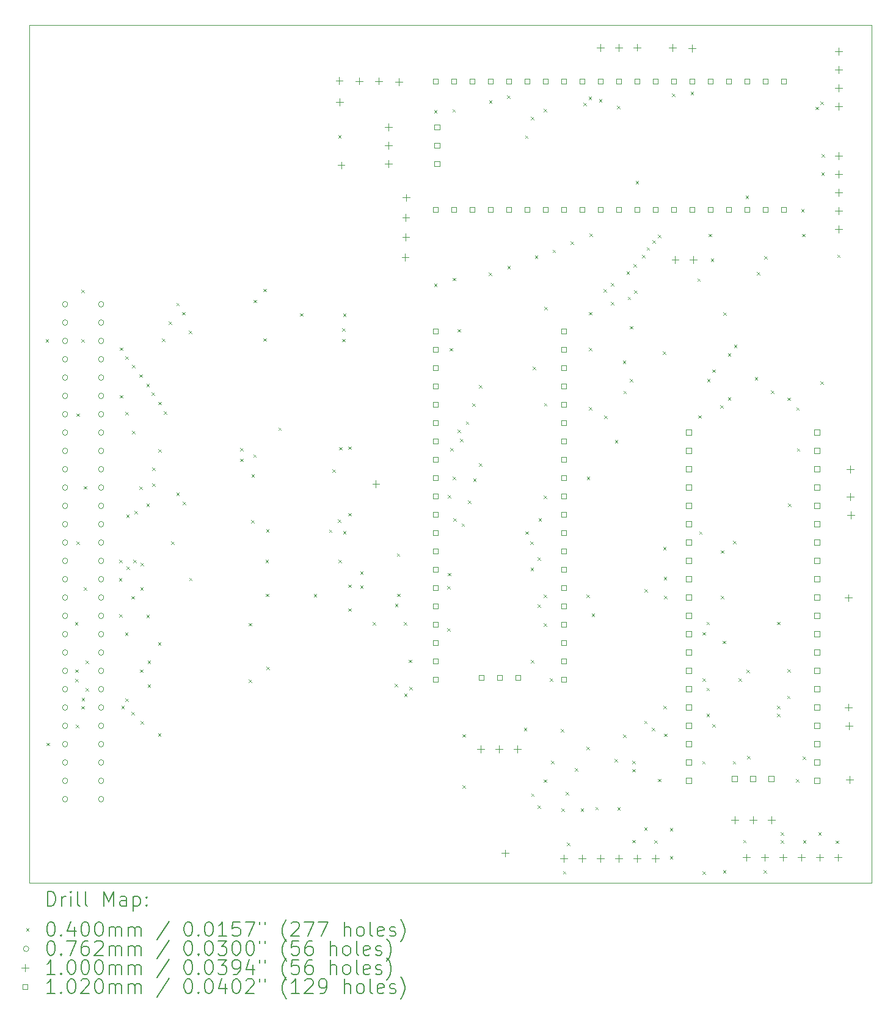
<source format=gbr>
%TF.GenerationSoftware,KiCad,Pcbnew,6.0.11-2627ca5db0~126~ubuntu22.04.1*%
%TF.CreationDate,2023-04-18T11:11:46+01:00*%
%TF.ProjectId,srom,73726f6d-2e6b-4696-9361-645f70636258,v1.1 to v1.2 WIP*%
%TF.SameCoordinates,Original*%
%TF.FileFunction,Drillmap*%
%TF.FilePolarity,Positive*%
%FSLAX45Y45*%
G04 Gerber Fmt 4.5, Leading zero omitted, Abs format (unit mm)*
G04 Created by KiCad (PCBNEW 6.0.11-2627ca5db0~126~ubuntu22.04.1) date 2023-04-18 11:11:46*
%MOMM*%
%LPD*%
G01*
G04 APERTURE LIST*
%ADD10C,0.100000*%
%ADD11C,0.200000*%
%ADD12C,0.040000*%
%ADD13C,0.076200*%
%ADD14C,0.102000*%
G04 APERTURE END LIST*
D10*
X4542000Y-5612000D02*
X16218000Y-5612000D01*
X16218000Y-5612000D02*
X16218000Y-17507000D01*
X16218000Y-17507000D02*
X4542000Y-17507000D01*
X4542000Y-17507000D02*
X4542000Y-5612000D01*
D11*
D12*
X4770000Y-9970000D02*
X4810000Y-10010000D01*
X4810000Y-9970000D02*
X4770000Y-10010000D01*
X4779000Y-15562000D02*
X4819000Y-15602000D01*
X4819000Y-15562000D02*
X4779000Y-15602000D01*
X5175000Y-13891000D02*
X5215000Y-13931000D01*
X5215000Y-13891000D02*
X5175000Y-13931000D01*
X5177000Y-14544000D02*
X5217000Y-14584000D01*
X5217000Y-14544000D02*
X5177000Y-14584000D01*
X5178000Y-14679000D02*
X5218000Y-14719000D01*
X5218000Y-14679000D02*
X5178000Y-14719000D01*
X5186000Y-15310000D02*
X5226000Y-15350000D01*
X5226000Y-15310000D02*
X5186000Y-15350000D01*
X5197000Y-10998000D02*
X5237000Y-11038000D01*
X5237000Y-10998000D02*
X5197000Y-11038000D01*
X5199000Y-12774000D02*
X5239000Y-12814000D01*
X5239000Y-12774000D02*
X5199000Y-12814000D01*
X5264000Y-9285000D02*
X5304000Y-9325000D01*
X5304000Y-9285000D02*
X5264000Y-9325000D01*
X5266000Y-9969000D02*
X5306000Y-10009000D01*
X5306000Y-9969000D02*
X5266000Y-10009000D01*
X5266000Y-15052000D02*
X5306000Y-15092000D01*
X5306000Y-15052000D02*
X5266000Y-15092000D01*
X5269000Y-14939000D02*
X5309000Y-14979000D01*
X5309000Y-14939000D02*
X5269000Y-14979000D01*
X5296450Y-12005000D02*
X5336450Y-12045000D01*
X5336450Y-12005000D02*
X5296450Y-12045000D01*
X5299000Y-13404000D02*
X5339000Y-13444000D01*
X5339000Y-13404000D02*
X5299000Y-13444000D01*
X5322000Y-14806000D02*
X5362000Y-14846000D01*
X5362000Y-14806000D02*
X5322000Y-14846000D01*
X5323000Y-14421000D02*
X5363000Y-14461000D01*
X5363000Y-14421000D02*
X5323000Y-14461000D01*
X5786000Y-13278000D02*
X5826000Y-13318000D01*
X5826000Y-13278000D02*
X5786000Y-13318000D01*
X5788000Y-13026000D02*
X5828000Y-13066000D01*
X5828000Y-13026000D02*
X5788000Y-13066000D01*
X5788000Y-13776000D02*
X5828000Y-13816000D01*
X5828000Y-13776000D02*
X5788000Y-13816000D01*
X5796000Y-10743000D02*
X5836000Y-10783000D01*
X5836000Y-10743000D02*
X5796000Y-10783000D01*
X5800000Y-10082000D02*
X5840000Y-10122000D01*
X5840000Y-10082000D02*
X5800000Y-10122000D01*
X5819000Y-15050000D02*
X5859000Y-15090000D01*
X5859000Y-15050000D02*
X5819000Y-15090000D01*
X5870000Y-14033000D02*
X5910000Y-14073000D01*
X5910000Y-14033000D02*
X5870000Y-14073000D01*
X5874000Y-14949000D02*
X5914000Y-14989000D01*
X5914000Y-14949000D02*
X5874000Y-14989000D01*
X5876000Y-10206000D02*
X5916000Y-10246000D01*
X5916000Y-10206000D02*
X5876000Y-10246000D01*
X5876000Y-10978000D02*
X5916000Y-11018000D01*
X5916000Y-10978000D02*
X5876000Y-11018000D01*
X5887000Y-12400000D02*
X5927000Y-12440000D01*
X5927000Y-12400000D02*
X5887000Y-12440000D01*
X5890000Y-13116000D02*
X5930000Y-13156000D01*
X5930000Y-13116000D02*
X5890000Y-13156000D01*
X5956000Y-15131000D02*
X5996000Y-15171000D01*
X5996000Y-15131000D02*
X5956000Y-15171000D01*
X5957000Y-13530000D02*
X5997000Y-13570000D01*
X5997000Y-13530000D02*
X5957000Y-13570000D01*
X5965000Y-10326000D02*
X6005000Y-10366000D01*
X6005000Y-10326000D02*
X5965000Y-10366000D01*
X5965000Y-11236000D02*
X6005000Y-11276000D01*
X6005000Y-11236000D02*
X5965000Y-11276000D01*
X5981000Y-13023000D02*
X6021000Y-13063000D01*
X6021000Y-13023000D02*
X5981000Y-13063000D01*
X5999000Y-12348000D02*
X6039000Y-12388000D01*
X6039000Y-12348000D02*
X5999000Y-12388000D01*
X6071000Y-10455000D02*
X6111000Y-10495000D01*
X6111000Y-10455000D02*
X6071000Y-10495000D01*
X6071000Y-12008000D02*
X6111000Y-12048000D01*
X6111000Y-12008000D02*
X6071000Y-12048000D01*
X6076000Y-14545000D02*
X6116000Y-14585000D01*
X6116000Y-14545000D02*
X6076000Y-14585000D01*
X6081000Y-13406000D02*
X6121000Y-13446000D01*
X6121000Y-13406000D02*
X6081000Y-13446000D01*
X6084000Y-15263000D02*
X6124000Y-15303000D01*
X6124000Y-15263000D02*
X6084000Y-15303000D01*
X6087000Y-13069000D02*
X6127000Y-13109000D01*
X6127000Y-13069000D02*
X6087000Y-13109000D01*
X6165000Y-10587000D02*
X6205000Y-10627000D01*
X6205000Y-10587000D02*
X6165000Y-10627000D01*
X6165000Y-12248000D02*
X6205000Y-12288000D01*
X6205000Y-12248000D02*
X6165000Y-12288000D01*
X6166000Y-13786000D02*
X6206000Y-13826000D01*
X6206000Y-13786000D02*
X6166000Y-13826000D01*
X6182000Y-14420000D02*
X6222000Y-14460000D01*
X6222000Y-14420000D02*
X6182000Y-14460000D01*
X6184000Y-14752000D02*
X6224000Y-14792000D01*
X6224000Y-14752000D02*
X6184000Y-14792000D01*
X6241000Y-10707000D02*
X6281000Y-10747000D01*
X6281000Y-10707000D02*
X6241000Y-10747000D01*
X6245000Y-11746000D02*
X6285000Y-11786000D01*
X6285000Y-11746000D02*
X6245000Y-11786000D01*
X6248000Y-11965000D02*
X6288000Y-12005000D01*
X6288000Y-11965000D02*
X6248000Y-12005000D01*
X6327000Y-14168000D02*
X6367000Y-14208000D01*
X6367000Y-14168000D02*
X6327000Y-14208000D01*
X6328000Y-15432000D02*
X6368000Y-15472000D01*
X6368000Y-15432000D02*
X6328000Y-15472000D01*
X6330000Y-10836000D02*
X6370000Y-10876000D01*
X6370000Y-10836000D02*
X6330000Y-10876000D01*
X6330000Y-11493000D02*
X6370000Y-11533000D01*
X6370000Y-11493000D02*
X6330000Y-11533000D01*
X6383000Y-9962000D02*
X6423000Y-10002000D01*
X6423000Y-9962000D02*
X6383000Y-10002000D01*
X6410000Y-10968000D02*
X6450000Y-11008000D01*
X6450000Y-10968000D02*
X6410000Y-11008000D01*
X6476000Y-9723000D02*
X6516000Y-9763000D01*
X6516000Y-9723000D02*
X6476000Y-9763000D01*
X6508000Y-12770000D02*
X6548000Y-12810000D01*
X6548000Y-12770000D02*
X6508000Y-12810000D01*
X6581000Y-9466000D02*
X6621000Y-9506000D01*
X6621000Y-9466000D02*
X6581000Y-9506000D01*
X6582000Y-12093000D02*
X6622000Y-12133000D01*
X6622000Y-12093000D02*
X6582000Y-12133000D01*
X6663000Y-9593000D02*
X6703000Y-9633000D01*
X6703000Y-9593000D02*
X6663000Y-9633000D01*
X6668000Y-12222000D02*
X6708000Y-12262000D01*
X6708000Y-12222000D02*
X6668000Y-12262000D01*
X6755000Y-9853000D02*
X6795000Y-9893000D01*
X6795000Y-9853000D02*
X6755000Y-9893000D01*
X6758000Y-13275000D02*
X6798000Y-13315000D01*
X6798000Y-13275000D02*
X6758000Y-13315000D01*
X7464000Y-11477000D02*
X7504000Y-11517000D01*
X7504000Y-11477000D02*
X7464000Y-11517000D01*
X7464000Y-11623000D02*
X7504000Y-11663000D01*
X7504000Y-11623000D02*
X7464000Y-11663000D01*
X7583000Y-13901000D02*
X7623000Y-13941000D01*
X7623000Y-13901000D02*
X7583000Y-13941000D01*
X7584000Y-14682000D02*
X7624000Y-14722000D01*
X7624000Y-14682000D02*
X7584000Y-14722000D01*
X7620000Y-12476000D02*
X7660000Y-12516000D01*
X7660000Y-12476000D02*
X7620000Y-12516000D01*
X7622000Y-11840000D02*
X7662000Y-11880000D01*
X7662000Y-11840000D02*
X7622000Y-11880000D01*
X7647000Y-11565000D02*
X7687000Y-11605000D01*
X7687000Y-11565000D02*
X7647000Y-11605000D01*
X7651000Y-9422000D02*
X7691000Y-9462000D01*
X7691000Y-9422000D02*
X7651000Y-9462000D01*
X7790000Y-9269000D02*
X7830000Y-9309000D01*
X7830000Y-9269000D02*
X7790000Y-9309000D01*
X7790000Y-9956000D02*
X7830000Y-9996000D01*
X7830000Y-9956000D02*
X7790000Y-9996000D01*
X7816000Y-13028050D02*
X7856000Y-13068050D01*
X7856000Y-13028050D02*
X7816000Y-13068050D01*
X7821000Y-13496000D02*
X7861000Y-13536000D01*
X7861000Y-13496000D02*
X7821000Y-13536000D01*
X7825000Y-12603000D02*
X7865000Y-12643000D01*
X7865000Y-12603000D02*
X7825000Y-12643000D01*
X7827000Y-14507000D02*
X7867000Y-14547000D01*
X7867000Y-14507000D02*
X7827000Y-14547000D01*
X7996000Y-11193000D02*
X8036000Y-11233000D01*
X8036000Y-11193000D02*
X7996000Y-11233000D01*
X8294000Y-9609000D02*
X8334000Y-9649000D01*
X8334000Y-9609000D02*
X8294000Y-9649000D01*
X8486000Y-13497000D02*
X8526000Y-13537000D01*
X8526000Y-13497000D02*
X8486000Y-13537000D01*
X8697000Y-12605000D02*
X8737000Y-12645000D01*
X8737000Y-12605000D02*
X8697000Y-12645000D01*
X8746000Y-11771000D02*
X8786000Y-11811000D01*
X8786000Y-11771000D02*
X8746000Y-11811000D01*
X8820000Y-12468000D02*
X8860000Y-12508000D01*
X8860000Y-12468000D02*
X8820000Y-12508000D01*
X8825000Y-7143000D02*
X8865000Y-7183000D01*
X8865000Y-7143000D02*
X8825000Y-7183000D01*
X8826000Y-13028050D02*
X8866000Y-13068050D01*
X8866000Y-13028050D02*
X8826000Y-13068050D01*
X8836770Y-11462230D02*
X8876770Y-11502230D01*
X8876770Y-11462230D02*
X8836770Y-11502230D01*
X8881000Y-9814000D02*
X8921000Y-9854000D01*
X8921000Y-9814000D02*
X8881000Y-9854000D01*
X8882000Y-9964000D02*
X8922000Y-10004000D01*
X8922000Y-9964000D02*
X8882000Y-10004000D01*
X8892450Y-12630000D02*
X8932450Y-12670000D01*
X8932450Y-12630000D02*
X8892450Y-12670000D01*
X8893000Y-9610000D02*
X8933000Y-9650000D01*
X8933000Y-9610000D02*
X8893000Y-9650000D01*
X8964000Y-11455000D02*
X9004000Y-11495000D01*
X9004000Y-11455000D02*
X8964000Y-11495000D01*
X8964900Y-12378000D02*
X9004900Y-12418000D01*
X9004900Y-12378000D02*
X8964900Y-12418000D01*
X8965500Y-13367500D02*
X9005500Y-13407500D01*
X9005500Y-13367500D02*
X8965500Y-13407500D01*
X8966000Y-13699000D02*
X9006000Y-13739000D01*
X9006000Y-13699000D02*
X8966000Y-13739000D01*
X9129000Y-13183000D02*
X9169000Y-13223000D01*
X9169000Y-13183000D02*
X9129000Y-13223000D01*
X9129000Y-13382000D02*
X9169000Y-13422000D01*
X9169000Y-13382000D02*
X9129000Y-13422000D01*
X9305000Y-13886000D02*
X9345000Y-13926000D01*
X9345000Y-13886000D02*
X9305000Y-13926000D01*
X9606000Y-14741000D02*
X9646000Y-14781000D01*
X9646000Y-14741000D02*
X9606000Y-14781000D01*
X9611000Y-13636000D02*
X9651000Y-13676000D01*
X9651000Y-13636000D02*
X9611000Y-13676000D01*
X9637000Y-12937000D02*
X9677000Y-12977000D01*
X9677000Y-12937000D02*
X9637000Y-12977000D01*
X9640000Y-13494000D02*
X9680000Y-13534000D01*
X9680000Y-13494000D02*
X9640000Y-13534000D01*
X9735000Y-13891000D02*
X9775000Y-13931000D01*
X9775000Y-13891000D02*
X9735000Y-13931000D01*
X9739000Y-14876550D02*
X9779000Y-14916550D01*
X9779000Y-14876550D02*
X9739000Y-14916550D01*
X9802000Y-14409000D02*
X9842000Y-14449000D01*
X9842000Y-14409000D02*
X9802000Y-14449000D01*
X9814000Y-14789000D02*
X9854000Y-14829000D01*
X9854000Y-14789000D02*
X9814000Y-14829000D01*
X10153000Y-6793000D02*
X10193000Y-6833000D01*
X10193000Y-6793000D02*
X10153000Y-6833000D01*
X10153000Y-9200550D02*
X10193000Y-9240550D01*
X10193000Y-9200550D02*
X10153000Y-9240550D01*
X10337000Y-13391000D02*
X10377000Y-13431000D01*
X10377000Y-13391000D02*
X10337000Y-13431000D01*
X10337000Y-13973000D02*
X10377000Y-14013000D01*
X10377000Y-13973000D02*
X10337000Y-14013000D01*
X10343000Y-12126000D02*
X10383000Y-12166000D01*
X10383000Y-12126000D02*
X10343000Y-12166000D01*
X10347390Y-13206919D02*
X10387390Y-13246919D01*
X10387390Y-13206919D02*
X10347390Y-13246919D01*
X10372000Y-10091000D02*
X10412000Y-10131000D01*
X10412000Y-10091000D02*
X10372000Y-10131000D01*
X10378000Y-11476000D02*
X10418000Y-11516000D01*
X10418000Y-11476000D02*
X10378000Y-11516000D01*
X10409000Y-6780000D02*
X10449000Y-6820000D01*
X10449000Y-6780000D02*
X10409000Y-6820000D01*
X10411000Y-11872000D02*
X10451000Y-11912000D01*
X10451000Y-11872000D02*
X10411000Y-11912000D01*
X10412000Y-9117550D02*
X10452000Y-9157550D01*
X10452000Y-9117550D02*
X10412000Y-9157550D01*
X10420000Y-12448000D02*
X10460000Y-12488000D01*
X10460000Y-12448000D02*
X10420000Y-12488000D01*
X10480000Y-11220000D02*
X10520000Y-11260000D01*
X10520000Y-11220000D02*
X10480000Y-11260000D01*
X10481000Y-9829000D02*
X10521000Y-9869000D01*
X10521000Y-9829000D02*
X10481000Y-9869000D01*
X10516000Y-11351000D02*
X10556000Y-11391000D01*
X10556000Y-11351000D02*
X10516000Y-11391000D01*
X10534000Y-12520450D02*
X10574000Y-12560450D01*
X10574000Y-12520450D02*
X10534000Y-12560450D01*
X10548000Y-15443000D02*
X10588000Y-15483000D01*
X10588000Y-15443000D02*
X10548000Y-15483000D01*
X10550000Y-16151000D02*
X10590000Y-16191000D01*
X10590000Y-16151000D02*
X10550000Y-16191000D01*
X10594000Y-11108000D02*
X10634000Y-11148000D01*
X10634000Y-11108000D02*
X10594000Y-11148000D01*
X10624000Y-12203000D02*
X10664000Y-12243000D01*
X10664000Y-12203000D02*
X10624000Y-12243000D01*
X10685000Y-10855000D02*
X10725000Y-10895000D01*
X10725000Y-10855000D02*
X10685000Y-10895000D01*
X10696450Y-11902000D02*
X10736450Y-11942000D01*
X10736450Y-11902000D02*
X10696450Y-11942000D01*
X10774000Y-10603000D02*
X10814000Y-10643000D01*
X10814000Y-10603000D02*
X10774000Y-10643000D01*
X10778000Y-11687000D02*
X10818000Y-11727000D01*
X10818000Y-11687000D02*
X10778000Y-11727000D01*
X10914000Y-9045100D02*
X10954000Y-9085100D01*
X10954000Y-9045100D02*
X10914000Y-9085100D01*
X10915000Y-6656000D02*
X10955000Y-6696000D01*
X10955000Y-6656000D02*
X10915000Y-6696000D01*
X11167000Y-6592000D02*
X11207000Y-6632000D01*
X11207000Y-6592000D02*
X11167000Y-6632000D01*
X11171000Y-8954550D02*
X11211000Y-8994550D01*
X11211000Y-8954550D02*
X11171000Y-8994550D01*
X11399000Y-15356000D02*
X11439000Y-15396000D01*
X11439000Y-15356000D02*
X11399000Y-15396000D01*
X11416000Y-7146000D02*
X11456000Y-7186000D01*
X11456000Y-7146000D02*
X11416000Y-7186000D01*
X11420000Y-12631000D02*
X11460000Y-12671000D01*
X11460000Y-12631000D02*
X11420000Y-12671000D01*
X11488000Y-12773000D02*
X11528000Y-12813000D01*
X11528000Y-12773000D02*
X11488000Y-12813000D01*
X11491000Y-13137000D02*
X11531000Y-13177000D01*
X11531000Y-13137000D02*
X11491000Y-13177000D01*
X11493000Y-6889000D02*
X11533000Y-6929000D01*
X11533000Y-6889000D02*
X11493000Y-6929000D01*
X11496000Y-14411000D02*
X11536000Y-14451000D01*
X11536000Y-14411000D02*
X11496000Y-14451000D01*
X11499000Y-16263000D02*
X11539000Y-16303000D01*
X11539000Y-16263000D02*
X11499000Y-16303000D01*
X11519000Y-10352000D02*
X11559000Y-10392000D01*
X11559000Y-10352000D02*
X11519000Y-10392000D01*
X11551000Y-8809000D02*
X11591000Y-8849000D01*
X11591000Y-8809000D02*
X11551000Y-8849000D01*
X11591000Y-12993000D02*
X11631000Y-13033000D01*
X11631000Y-12993000D02*
X11591000Y-13033000D01*
X11591000Y-13645000D02*
X11631000Y-13685000D01*
X11631000Y-13645000D02*
X11591000Y-13685000D01*
X11591300Y-16430700D02*
X11631300Y-16470700D01*
X11631300Y-16430700D02*
X11591300Y-16470700D01*
X11602550Y-12448000D02*
X11642550Y-12488000D01*
X11642550Y-12448000D02*
X11602550Y-12488000D01*
X11672000Y-16069000D02*
X11712000Y-16109000D01*
X11712000Y-16069000D02*
X11672000Y-16109000D01*
X11673000Y-13906000D02*
X11713000Y-13946000D01*
X11713000Y-13906000D02*
X11673000Y-13946000D01*
X11675000Y-6779000D02*
X11715000Y-6819000D01*
X11715000Y-6779000D02*
X11675000Y-6819000D01*
X11675000Y-12135000D02*
X11715000Y-12175000D01*
X11715000Y-12135000D02*
X11675000Y-12175000D01*
X11675000Y-13510000D02*
X11715000Y-13550000D01*
X11715000Y-13510000D02*
X11675000Y-13550000D01*
X11678000Y-10853000D02*
X11718000Y-10893000D01*
X11718000Y-10853000D02*
X11678000Y-10893000D01*
X11682000Y-9518000D02*
X11722000Y-9558000D01*
X11722000Y-9518000D02*
X11682000Y-9558000D01*
X11756000Y-14667000D02*
X11796000Y-14707000D01*
X11796000Y-14667000D02*
X11756000Y-14707000D01*
X11774000Y-15813000D02*
X11814000Y-15853000D01*
X11814000Y-15813000D02*
X11774000Y-15853000D01*
X11797000Y-8728000D02*
X11837000Y-8768000D01*
X11837000Y-8728000D02*
X11797000Y-8768000D01*
X11908000Y-15372000D02*
X11948000Y-15412000D01*
X11948000Y-15372000D02*
X11908000Y-15412000D01*
X11921000Y-16470000D02*
X11961000Y-16510000D01*
X11961000Y-16470000D02*
X11921000Y-16510000D01*
X11940000Y-17338000D02*
X11980000Y-17378000D01*
X11980000Y-17338000D02*
X11940000Y-17378000D01*
X11980450Y-16244000D02*
X12020450Y-16284000D01*
X12020450Y-16244000D02*
X11980450Y-16284000D01*
X11993500Y-16942500D02*
X12033500Y-16982500D01*
X12033500Y-16942500D02*
X11993500Y-16982500D01*
X12046000Y-8617000D02*
X12086000Y-8657000D01*
X12086000Y-8617000D02*
X12046000Y-8657000D01*
X12106000Y-15910000D02*
X12146000Y-15950000D01*
X12146000Y-15910000D02*
X12106000Y-15950000D01*
X12186000Y-16474000D02*
X12226000Y-16514000D01*
X12226000Y-16474000D02*
X12186000Y-16514000D01*
X12224000Y-6691000D02*
X12264000Y-6731000D01*
X12264000Y-6691000D02*
X12224000Y-6731000D01*
X12264500Y-13510500D02*
X12304500Y-13550500D01*
X12304500Y-13510500D02*
X12264500Y-13550500D01*
X12267000Y-15617000D02*
X12307000Y-15657000D01*
X12307000Y-15617000D02*
X12267000Y-15657000D01*
X12270000Y-11871000D02*
X12310000Y-11911000D01*
X12310000Y-11871000D02*
X12270000Y-11911000D01*
X12295000Y-6607000D02*
X12335000Y-6647000D01*
X12335000Y-6607000D02*
X12295000Y-6647000D01*
X12298000Y-9592000D02*
X12338000Y-9632000D01*
X12338000Y-9592000D02*
X12298000Y-9632000D01*
X12298000Y-10088000D02*
X12338000Y-10128000D01*
X12338000Y-10088000D02*
X12298000Y-10128000D01*
X12298000Y-10907000D02*
X12338000Y-10947000D01*
X12338000Y-10907000D02*
X12298000Y-10947000D01*
X12309000Y-8506000D02*
X12349000Y-8546000D01*
X12349000Y-8506000D02*
X12309000Y-8546000D01*
X12339450Y-13771000D02*
X12379450Y-13811000D01*
X12379450Y-13771000D02*
X12339450Y-13811000D01*
X12389000Y-16451000D02*
X12429000Y-16491000D01*
X12429000Y-16451000D02*
X12389000Y-16491000D01*
X12439000Y-6643000D02*
X12479000Y-6683000D01*
X12479000Y-6643000D02*
X12439000Y-6683000D01*
X12506000Y-9273000D02*
X12546000Y-9313000D01*
X12546000Y-9273000D02*
X12506000Y-9313000D01*
X12514000Y-11025000D02*
X12554000Y-11065000D01*
X12554000Y-11025000D02*
X12514000Y-11065000D01*
X12605000Y-9190000D02*
X12645000Y-9230000D01*
X12645000Y-9190000D02*
X12605000Y-9230000D01*
X12608000Y-9450000D02*
X12648000Y-9490000D01*
X12648000Y-9450000D02*
X12608000Y-9490000D01*
X12657000Y-15786000D02*
X12697000Y-15826000D01*
X12697000Y-15786000D02*
X12657000Y-15826000D01*
X12659000Y-11364000D02*
X12699000Y-11404000D01*
X12699000Y-11364000D02*
X12659000Y-11404000D01*
X12692000Y-6731450D02*
X12732000Y-6771450D01*
X12732000Y-6731450D02*
X12692000Y-6771450D01*
X12695000Y-16453000D02*
X12735000Y-16493000D01*
X12735000Y-16453000D02*
X12695000Y-16493000D01*
X12771000Y-10267000D02*
X12811000Y-10307000D01*
X12811000Y-10267000D02*
X12771000Y-10307000D01*
X12772000Y-15444000D02*
X12812000Y-15484000D01*
X12812000Y-15444000D02*
X12772000Y-15484000D01*
X12778000Y-10683000D02*
X12818000Y-10723000D01*
X12818000Y-10683000D02*
X12778000Y-10723000D01*
X12822000Y-9027000D02*
X12862000Y-9067000D01*
X12862000Y-9027000D02*
X12822000Y-9067000D01*
X12838000Y-9380000D02*
X12878000Y-9420000D01*
X12878000Y-9380000D02*
X12838000Y-9420000D01*
X12866000Y-10522000D02*
X12906000Y-10562000D01*
X12906000Y-10522000D02*
X12866000Y-10562000D01*
X12868000Y-9787000D02*
X12908000Y-9827000D01*
X12908000Y-9787000D02*
X12868000Y-9827000D01*
X12899000Y-15811000D02*
X12939000Y-15851000D01*
X12939000Y-15811000D02*
X12899000Y-15851000D01*
X12902000Y-15925000D02*
X12942000Y-15965000D01*
X12942000Y-15925000D02*
X12902000Y-15965000D01*
X12902000Y-16906000D02*
X12942000Y-16946000D01*
X12942000Y-16906000D02*
X12902000Y-16946000D01*
X12920000Y-8925000D02*
X12960000Y-8965000D01*
X12960000Y-8925000D02*
X12920000Y-8965000D01*
X12927000Y-9292450D02*
X12967000Y-9332450D01*
X12967000Y-9292450D02*
X12927000Y-9332450D01*
X12948000Y-7774000D02*
X12988000Y-7814000D01*
X12988000Y-7774000D02*
X12948000Y-7814000D01*
X13038550Y-8800450D02*
X13078550Y-8840450D01*
X13078550Y-8800450D02*
X13038550Y-8840450D01*
X13066000Y-15257000D02*
X13106000Y-15297000D01*
X13106000Y-15257000D02*
X13066000Y-15297000D01*
X13067000Y-16733000D02*
X13107000Y-16773000D01*
X13107000Y-16733000D02*
X13067000Y-16773000D01*
X13071000Y-13434000D02*
X13111000Y-13474000D01*
X13111000Y-13434000D02*
X13071000Y-13474000D01*
X13100550Y-8694450D02*
X13140550Y-8734450D01*
X13140550Y-8694450D02*
X13100550Y-8734450D01*
X13175000Y-15355000D02*
X13215000Y-15395000D01*
X13215000Y-15355000D02*
X13175000Y-15395000D01*
X13181550Y-8594762D02*
X13221550Y-8634762D01*
X13221550Y-8594762D02*
X13181550Y-8634762D01*
X13205000Y-16909000D02*
X13245000Y-16949000D01*
X13245000Y-16909000D02*
X13205000Y-16949000D01*
X13258000Y-8520000D02*
X13298000Y-8560000D01*
X13298000Y-8520000D02*
X13258000Y-8560000D01*
X13258000Y-16060000D02*
X13298000Y-16100000D01*
X13298000Y-16060000D02*
X13258000Y-16100000D01*
X13326450Y-10139000D02*
X13366450Y-10179000D01*
X13366450Y-10139000D02*
X13326450Y-10179000D01*
X13329000Y-12850000D02*
X13369000Y-12890000D01*
X13369000Y-12850000D02*
X13329000Y-12890000D01*
X13332600Y-15047400D02*
X13372600Y-15087400D01*
X13372600Y-15047400D02*
X13332600Y-15087400D01*
X13337050Y-13263000D02*
X13377050Y-13303000D01*
X13377050Y-13263000D02*
X13337050Y-13303000D01*
X13340000Y-15434000D02*
X13380000Y-15474000D01*
X13380000Y-15434000D02*
X13340000Y-15474000D01*
X13341000Y-13523000D02*
X13381000Y-13563000D01*
X13381000Y-13523000D02*
X13341000Y-13563000D01*
X13423000Y-16739000D02*
X13463000Y-16779000D01*
X13463000Y-16739000D02*
X13423000Y-16779000D01*
X13423000Y-17130000D02*
X13463000Y-17170000D01*
X13463000Y-17130000D02*
X13423000Y-17170000D01*
X13451000Y-6567000D02*
X13491000Y-6607000D01*
X13491000Y-6567000D02*
X13451000Y-6607000D01*
X13709000Y-6541000D02*
X13749000Y-6581000D01*
X13749000Y-6541000D02*
X13709000Y-6581000D01*
X13802000Y-9127000D02*
X13842000Y-9167000D01*
X13842000Y-9127000D02*
X13802000Y-9167000D01*
X13816000Y-11022000D02*
X13856000Y-11062000D01*
X13856000Y-11022000D02*
X13816000Y-11062000D01*
X13828000Y-12631000D02*
X13868000Y-12671000D01*
X13868000Y-12631000D02*
X13828000Y-12671000D01*
X13871000Y-15816000D02*
X13911000Y-15856000D01*
X13911000Y-15816000D02*
X13871000Y-15856000D01*
X13873000Y-17341000D02*
X13913000Y-17381000D01*
X13913000Y-17341000D02*
X13873000Y-17381000D01*
X13874000Y-14029000D02*
X13914000Y-14069000D01*
X13914000Y-14029000D02*
X13874000Y-14069000D01*
X13874000Y-14667000D02*
X13914000Y-14707000D01*
X13914000Y-14667000D02*
X13874000Y-14707000D01*
X13931000Y-13884000D02*
X13971000Y-13924000D01*
X13971000Y-13884000D02*
X13931000Y-13924000D01*
X13931000Y-14799000D02*
X13971000Y-14839000D01*
X13971000Y-14799000D02*
X13931000Y-14839000D01*
X13931000Y-15159000D02*
X13971000Y-15199000D01*
X13971000Y-15159000D02*
X13931000Y-15199000D01*
X13938550Y-10516000D02*
X13978550Y-10556000D01*
X13978550Y-10516000D02*
X13938550Y-10556000D01*
X13962500Y-8507500D02*
X14002500Y-8547500D01*
X14002500Y-8507500D02*
X13962500Y-8547500D01*
X13989000Y-8849000D02*
X14029000Y-8889000D01*
X14029000Y-8849000D02*
X13989000Y-8889000D01*
X14011000Y-10388000D02*
X14051000Y-10428000D01*
X14051000Y-10388000D02*
X14011000Y-10428000D01*
X14011000Y-15303000D02*
X14051000Y-15343000D01*
X14051000Y-15303000D02*
X14011000Y-15343000D01*
X14121000Y-10885000D02*
X14161000Y-10925000D01*
X14161000Y-10885000D02*
X14121000Y-10925000D01*
X14127000Y-12894000D02*
X14167000Y-12934000D01*
X14167000Y-12894000D02*
X14127000Y-12934000D01*
X14129000Y-13522000D02*
X14169000Y-13562000D01*
X14169000Y-13522000D02*
X14129000Y-13562000D01*
X14157000Y-14146000D02*
X14197000Y-14186000D01*
X14197000Y-14146000D02*
X14157000Y-14186000D01*
X14158000Y-17324000D02*
X14198000Y-17364000D01*
X14198000Y-17324000D02*
X14158000Y-17364000D01*
X14161000Y-9597000D02*
X14201000Y-9637000D01*
X14201000Y-9597000D02*
X14161000Y-9637000D01*
X14226005Y-10163995D02*
X14266005Y-10203995D01*
X14266005Y-10163995D02*
X14226005Y-10203995D01*
X14227000Y-10774000D02*
X14267000Y-10814000D01*
X14267000Y-10774000D02*
X14227000Y-10814000D01*
X14295000Y-15816000D02*
X14335000Y-15856000D01*
X14335000Y-15816000D02*
X14295000Y-15856000D01*
X14297500Y-12761500D02*
X14337500Y-12801500D01*
X14337500Y-12761500D02*
X14297500Y-12801500D01*
X14311000Y-10044000D02*
X14351000Y-10084000D01*
X14351000Y-10044000D02*
X14311000Y-10084000D01*
X14377000Y-14668000D02*
X14417000Y-14708000D01*
X14417000Y-14668000D02*
X14377000Y-14708000D01*
X14437000Y-16908000D02*
X14477000Y-16948000D01*
X14477000Y-16908000D02*
X14437000Y-16948000D01*
X14471000Y-7978000D02*
X14511000Y-8018000D01*
X14511000Y-7978000D02*
X14471000Y-8018000D01*
X14482000Y-14549000D02*
X14522000Y-14589000D01*
X14522000Y-14549000D02*
X14482000Y-14589000D01*
X14494000Y-15745450D02*
X14534000Y-15785450D01*
X14534000Y-15745450D02*
X14494000Y-15785450D01*
X14599000Y-10495000D02*
X14639000Y-10535000D01*
X14639000Y-10495000D02*
X14599000Y-10535000D01*
X14628000Y-9035000D02*
X14668000Y-9075000D01*
X14668000Y-9035000D02*
X14628000Y-9075000D01*
X14719000Y-17329000D02*
X14759000Y-17369000D01*
X14759000Y-17329000D02*
X14719000Y-17369000D01*
X14729000Y-8818000D02*
X14769000Y-8858000D01*
X14769000Y-8818000D02*
X14729000Y-8858000D01*
X14825000Y-10677000D02*
X14865000Y-10717000D01*
X14865000Y-10677000D02*
X14825000Y-10717000D01*
X14906000Y-13884000D02*
X14946000Y-13924000D01*
X14946000Y-13884000D02*
X14906000Y-13924000D01*
X14906000Y-15158000D02*
X14946000Y-15198000D01*
X14946000Y-15158000D02*
X14906000Y-15198000D01*
X14907000Y-15050000D02*
X14947000Y-15090000D01*
X14947000Y-15050000D02*
X14907000Y-15090000D01*
X14957000Y-16802000D02*
X14997000Y-16842000D01*
X14997000Y-16802000D02*
X14957000Y-16842000D01*
X14961000Y-16912000D02*
X15001000Y-16952000D01*
X15001000Y-16912000D02*
X14961000Y-16952000D01*
X15048000Y-14910000D02*
X15088000Y-14950000D01*
X15088000Y-14910000D02*
X15048000Y-14950000D01*
X15049000Y-14538000D02*
X15089000Y-14578000D01*
X15089000Y-14538000D02*
X15049000Y-14578000D01*
X15054000Y-10778000D02*
X15094000Y-10818000D01*
X15094000Y-10778000D02*
X15054000Y-10818000D01*
X15059000Y-12246000D02*
X15099000Y-12286000D01*
X15099000Y-12246000D02*
X15059000Y-12286000D01*
X15172000Y-16065000D02*
X15212000Y-16105000D01*
X15212000Y-16065000D02*
X15172000Y-16105000D01*
X15175000Y-10913000D02*
X15215000Y-10953000D01*
X15215000Y-10913000D02*
X15175000Y-10953000D01*
X15184000Y-11481000D02*
X15224000Y-11521000D01*
X15224000Y-11481000D02*
X15184000Y-11521000D01*
X15242000Y-8168000D02*
X15282000Y-8208000D01*
X15282000Y-8168000D02*
X15242000Y-8208000D01*
X15252000Y-8507000D02*
X15292000Y-8547000D01*
X15292000Y-8507000D02*
X15252000Y-8547000D01*
X15265000Y-15753000D02*
X15305000Y-15793000D01*
X15305000Y-15753000D02*
X15265000Y-15793000D01*
X15268000Y-16913000D02*
X15308000Y-16953000D01*
X15308000Y-16913000D02*
X15268000Y-16953000D01*
X15439550Y-6747968D02*
X15479550Y-6787968D01*
X15479550Y-6747968D02*
X15439550Y-6787968D01*
X15479000Y-16804000D02*
X15519000Y-16844000D01*
X15519000Y-16804000D02*
X15479000Y-16844000D01*
X15506000Y-10555000D02*
X15546000Y-10595000D01*
X15546000Y-10555000D02*
X15506000Y-10595000D01*
X15512000Y-6677000D02*
X15552000Y-6717000D01*
X15552000Y-6677000D02*
X15512000Y-6717000D01*
X15521000Y-7660000D02*
X15561000Y-7700000D01*
X15561000Y-7660000D02*
X15521000Y-7700000D01*
X15527000Y-7406000D02*
X15567000Y-7446000D01*
X15567000Y-7406000D02*
X15527000Y-7446000D01*
X15723000Y-16916000D02*
X15763000Y-16956000D01*
X15763000Y-16916000D02*
X15723000Y-16956000D01*
X15742000Y-8795000D02*
X15782000Y-8835000D01*
X15782000Y-8795000D02*
X15742000Y-8835000D01*
D13*
X5077100Y-9484000D02*
G75*
G03*
X5077100Y-9484000I-38100J0D01*
G01*
X5077100Y-9738000D02*
G75*
G03*
X5077100Y-9738000I-38100J0D01*
G01*
X5077100Y-9992000D02*
G75*
G03*
X5077100Y-9992000I-38100J0D01*
G01*
X5077100Y-10246000D02*
G75*
G03*
X5077100Y-10246000I-38100J0D01*
G01*
X5077100Y-10500000D02*
G75*
G03*
X5077100Y-10500000I-38100J0D01*
G01*
X5077100Y-10754000D02*
G75*
G03*
X5077100Y-10754000I-38100J0D01*
G01*
X5077100Y-11008000D02*
G75*
G03*
X5077100Y-11008000I-38100J0D01*
G01*
X5077100Y-11262000D02*
G75*
G03*
X5077100Y-11262000I-38100J0D01*
G01*
X5077100Y-11516000D02*
G75*
G03*
X5077100Y-11516000I-38100J0D01*
G01*
X5077100Y-11770000D02*
G75*
G03*
X5077100Y-11770000I-38100J0D01*
G01*
X5077100Y-12024000D02*
G75*
G03*
X5077100Y-12024000I-38100J0D01*
G01*
X5077100Y-12278000D02*
G75*
G03*
X5077100Y-12278000I-38100J0D01*
G01*
X5077100Y-12532000D02*
G75*
G03*
X5077100Y-12532000I-38100J0D01*
G01*
X5077100Y-12786000D02*
G75*
G03*
X5077100Y-12786000I-38100J0D01*
G01*
X5077100Y-13040000D02*
G75*
G03*
X5077100Y-13040000I-38100J0D01*
G01*
X5077100Y-13294000D02*
G75*
G03*
X5077100Y-13294000I-38100J0D01*
G01*
X5077100Y-13548000D02*
G75*
G03*
X5077100Y-13548000I-38100J0D01*
G01*
X5077100Y-13802000D02*
G75*
G03*
X5077100Y-13802000I-38100J0D01*
G01*
X5077100Y-14056000D02*
G75*
G03*
X5077100Y-14056000I-38100J0D01*
G01*
X5077100Y-14310000D02*
G75*
G03*
X5077100Y-14310000I-38100J0D01*
G01*
X5077100Y-14564000D02*
G75*
G03*
X5077100Y-14564000I-38100J0D01*
G01*
X5077100Y-14818000D02*
G75*
G03*
X5077100Y-14818000I-38100J0D01*
G01*
X5077100Y-15072000D02*
G75*
G03*
X5077100Y-15072000I-38100J0D01*
G01*
X5077100Y-15326000D02*
G75*
G03*
X5077100Y-15326000I-38100J0D01*
G01*
X5077100Y-15580000D02*
G75*
G03*
X5077100Y-15580000I-38100J0D01*
G01*
X5077100Y-15834000D02*
G75*
G03*
X5077100Y-15834000I-38100J0D01*
G01*
X5077100Y-16088000D02*
G75*
G03*
X5077100Y-16088000I-38100J0D01*
G01*
X5077100Y-16342000D02*
G75*
G03*
X5077100Y-16342000I-38100J0D01*
G01*
X5577100Y-9484000D02*
G75*
G03*
X5577100Y-9484000I-38100J0D01*
G01*
X5577100Y-9738000D02*
G75*
G03*
X5577100Y-9738000I-38100J0D01*
G01*
X5577100Y-9992000D02*
G75*
G03*
X5577100Y-9992000I-38100J0D01*
G01*
X5577100Y-10246000D02*
G75*
G03*
X5577100Y-10246000I-38100J0D01*
G01*
X5577100Y-10500000D02*
G75*
G03*
X5577100Y-10500000I-38100J0D01*
G01*
X5577100Y-10754000D02*
G75*
G03*
X5577100Y-10754000I-38100J0D01*
G01*
X5577100Y-11008000D02*
G75*
G03*
X5577100Y-11008000I-38100J0D01*
G01*
X5577100Y-11262000D02*
G75*
G03*
X5577100Y-11262000I-38100J0D01*
G01*
X5577100Y-11516000D02*
G75*
G03*
X5577100Y-11516000I-38100J0D01*
G01*
X5577100Y-11770000D02*
G75*
G03*
X5577100Y-11770000I-38100J0D01*
G01*
X5577100Y-12024000D02*
G75*
G03*
X5577100Y-12024000I-38100J0D01*
G01*
X5577100Y-12278000D02*
G75*
G03*
X5577100Y-12278000I-38100J0D01*
G01*
X5577100Y-12532000D02*
G75*
G03*
X5577100Y-12532000I-38100J0D01*
G01*
X5577100Y-12786000D02*
G75*
G03*
X5577100Y-12786000I-38100J0D01*
G01*
X5577100Y-13040000D02*
G75*
G03*
X5577100Y-13040000I-38100J0D01*
G01*
X5577100Y-13294000D02*
G75*
G03*
X5577100Y-13294000I-38100J0D01*
G01*
X5577100Y-13548000D02*
G75*
G03*
X5577100Y-13548000I-38100J0D01*
G01*
X5577100Y-13802000D02*
G75*
G03*
X5577100Y-13802000I-38100J0D01*
G01*
X5577100Y-14056000D02*
G75*
G03*
X5577100Y-14056000I-38100J0D01*
G01*
X5577100Y-14310000D02*
G75*
G03*
X5577100Y-14310000I-38100J0D01*
G01*
X5577100Y-14564000D02*
G75*
G03*
X5577100Y-14564000I-38100J0D01*
G01*
X5577100Y-14818000D02*
G75*
G03*
X5577100Y-14818000I-38100J0D01*
G01*
X5577100Y-15072000D02*
G75*
G03*
X5577100Y-15072000I-38100J0D01*
G01*
X5577100Y-15326000D02*
G75*
G03*
X5577100Y-15326000I-38100J0D01*
G01*
X5577100Y-15580000D02*
G75*
G03*
X5577100Y-15580000I-38100J0D01*
G01*
X5577100Y-15834000D02*
G75*
G03*
X5577100Y-15834000I-38100J0D01*
G01*
X5577100Y-16088000D02*
G75*
G03*
X5577100Y-16088000I-38100J0D01*
G01*
X5577100Y-16342000D02*
G75*
G03*
X5577100Y-16342000I-38100J0D01*
G01*
D10*
X8840000Y-6334000D02*
X8840000Y-6434000D01*
X8790000Y-6384000D02*
X8890000Y-6384000D01*
X8842000Y-6635000D02*
X8842000Y-6735000D01*
X8792000Y-6685000D02*
X8892000Y-6685000D01*
X8866000Y-7508000D02*
X8866000Y-7608000D01*
X8816000Y-7558000D02*
X8916000Y-7558000D01*
X9115000Y-6341000D02*
X9115000Y-6441000D01*
X9065000Y-6391000D02*
X9165000Y-6391000D01*
X9348000Y-11923000D02*
X9348000Y-12023000D01*
X9298000Y-11973000D02*
X9398000Y-11973000D01*
X9384000Y-6341000D02*
X9384000Y-6441000D01*
X9334000Y-6391000D02*
X9434000Y-6391000D01*
X9525000Y-6980000D02*
X9525000Y-7080000D01*
X9475000Y-7030000D02*
X9575000Y-7030000D01*
X9525000Y-7234000D02*
X9525000Y-7334000D01*
X9475000Y-7284000D02*
X9575000Y-7284000D01*
X9525000Y-7488000D02*
X9525000Y-7588000D01*
X9475000Y-7538000D02*
X9575000Y-7538000D01*
X9664000Y-6350000D02*
X9664000Y-6450000D01*
X9614000Y-6400000D02*
X9714000Y-6400000D01*
X9754000Y-8781000D02*
X9754000Y-8881000D01*
X9704000Y-8831000D02*
X9804000Y-8831000D01*
X9763000Y-8232000D02*
X9763000Y-8332000D01*
X9713000Y-8282000D02*
X9813000Y-8282000D01*
X9763000Y-8501000D02*
X9763000Y-8601000D01*
X9713000Y-8551000D02*
X9813000Y-8551000D01*
X9770000Y-7957000D02*
X9770000Y-8057000D01*
X9720000Y-8007000D02*
X9820000Y-8007000D01*
X10803500Y-15598000D02*
X10803500Y-15698000D01*
X10753500Y-15648000D02*
X10853500Y-15648000D01*
X11057500Y-15598000D02*
X11057500Y-15698000D01*
X11007500Y-15648000D02*
X11107500Y-15648000D01*
X11138000Y-17042000D02*
X11138000Y-17142000D01*
X11088000Y-17092000D02*
X11188000Y-17092000D01*
X11311500Y-15598000D02*
X11311500Y-15698000D01*
X11261500Y-15648000D02*
X11361500Y-15648000D01*
X11955000Y-17115000D02*
X11955000Y-17215000D01*
X11905000Y-17165000D02*
X12005000Y-17165000D01*
X12209000Y-17115000D02*
X12209000Y-17215000D01*
X12159000Y-17165000D02*
X12259000Y-17165000D01*
X12457000Y-5877000D02*
X12457000Y-5977000D01*
X12407000Y-5927000D02*
X12507000Y-5927000D01*
X12463000Y-17115000D02*
X12463000Y-17215000D01*
X12413000Y-17165000D02*
X12513000Y-17165000D01*
X12714000Y-5877000D02*
X12714000Y-5977000D01*
X12664000Y-5927000D02*
X12764000Y-5927000D01*
X12717000Y-17115000D02*
X12717000Y-17215000D01*
X12667000Y-17165000D02*
X12767000Y-17165000D01*
X12965000Y-5875000D02*
X12965000Y-5975000D01*
X12915000Y-5925000D02*
X13015000Y-5925000D01*
X12971000Y-17115000D02*
X12971000Y-17215000D01*
X12921000Y-17165000D02*
X13021000Y-17165000D01*
X13225000Y-17115000D02*
X13225000Y-17215000D01*
X13175000Y-17165000D02*
X13275000Y-17165000D01*
X13461000Y-5878000D02*
X13461000Y-5978000D01*
X13411000Y-5928000D02*
X13511000Y-5928000D01*
X13497000Y-8815000D02*
X13497000Y-8915000D01*
X13447000Y-8865000D02*
X13547000Y-8865000D01*
X13727000Y-5884000D02*
X13727000Y-5984000D01*
X13677000Y-5934000D02*
X13777000Y-5934000D01*
X13746000Y-8815000D02*
X13746000Y-8915000D01*
X13696000Y-8865000D02*
X13796000Y-8865000D01*
X14321000Y-16584000D02*
X14321000Y-16684000D01*
X14271000Y-16634000D02*
X14371000Y-16634000D01*
X14483000Y-17101000D02*
X14483000Y-17201000D01*
X14433000Y-17151000D02*
X14533000Y-17151000D01*
X14575000Y-16584000D02*
X14575000Y-16684000D01*
X14525000Y-16634000D02*
X14625000Y-16634000D01*
X14737000Y-17101000D02*
X14737000Y-17201000D01*
X14687000Y-17151000D02*
X14787000Y-17151000D01*
X14829000Y-16584000D02*
X14829000Y-16684000D01*
X14779000Y-16634000D02*
X14879000Y-16634000D01*
X14991000Y-17101000D02*
X14991000Y-17201000D01*
X14941000Y-17151000D02*
X15041000Y-17151000D01*
X15245000Y-17101000D02*
X15245000Y-17201000D01*
X15195000Y-17151000D02*
X15295000Y-17151000D01*
X15499000Y-17101000D02*
X15499000Y-17201000D01*
X15449000Y-17151000D02*
X15549000Y-17151000D01*
X15753000Y-17101000D02*
X15753000Y-17201000D01*
X15703000Y-17151000D02*
X15803000Y-17151000D01*
X15759000Y-5930000D02*
X15759000Y-6030000D01*
X15709000Y-5980000D02*
X15809000Y-5980000D01*
X15759000Y-6184000D02*
X15759000Y-6284000D01*
X15709000Y-6234000D02*
X15809000Y-6234000D01*
X15759000Y-6438000D02*
X15759000Y-6538000D01*
X15709000Y-6488000D02*
X15809000Y-6488000D01*
X15759000Y-6692000D02*
X15759000Y-6792000D01*
X15709000Y-6742000D02*
X15809000Y-6742000D01*
X15759000Y-7376000D02*
X15759000Y-7476000D01*
X15709000Y-7426000D02*
X15809000Y-7426000D01*
X15759000Y-7630000D02*
X15759000Y-7730000D01*
X15709000Y-7680000D02*
X15809000Y-7680000D01*
X15759000Y-7884000D02*
X15759000Y-7984000D01*
X15709000Y-7934000D02*
X15809000Y-7934000D01*
X15759000Y-8138000D02*
X15759000Y-8238000D01*
X15709000Y-8188000D02*
X15809000Y-8188000D01*
X15759000Y-8392000D02*
X15759000Y-8492000D01*
X15709000Y-8442000D02*
X15809000Y-8442000D01*
X15897000Y-15019000D02*
X15897000Y-15119000D01*
X15847000Y-15069000D02*
X15947000Y-15069000D01*
X15899000Y-13503000D02*
X15899000Y-13603000D01*
X15849000Y-13553000D02*
X15949000Y-13553000D01*
X15904000Y-15276000D02*
X15904000Y-15376000D01*
X15854000Y-15326000D02*
X15954000Y-15326000D01*
X15911000Y-16025000D02*
X15911000Y-16125000D01*
X15861000Y-16075000D02*
X15961000Y-16075000D01*
X15923000Y-11723000D02*
X15923000Y-11823000D01*
X15873000Y-11773000D02*
X15973000Y-11773000D01*
X15926000Y-12102000D02*
X15926000Y-12202000D01*
X15876000Y-12152000D02*
X15976000Y-12152000D01*
X15932000Y-12359000D02*
X15932000Y-12459000D01*
X15882000Y-12409000D02*
X15982000Y-12409000D01*
D14*
X10208563Y-6432063D02*
X10208563Y-6359937D01*
X10136437Y-6359937D01*
X10136437Y-6432063D01*
X10208563Y-6432063D01*
X10208563Y-8210063D02*
X10208563Y-8137937D01*
X10136437Y-8137937D01*
X10136437Y-8210063D01*
X10208563Y-8210063D01*
X10209063Y-9893063D02*
X10209063Y-9820937D01*
X10136937Y-9820937D01*
X10136937Y-9893063D01*
X10209063Y-9893063D01*
X10209063Y-10147063D02*
X10209063Y-10074937D01*
X10136937Y-10074937D01*
X10136937Y-10147063D01*
X10209063Y-10147063D01*
X10209063Y-10401063D02*
X10209063Y-10328937D01*
X10136937Y-10328937D01*
X10136937Y-10401063D01*
X10209063Y-10401063D01*
X10209063Y-10655063D02*
X10209063Y-10582937D01*
X10136937Y-10582937D01*
X10136937Y-10655063D01*
X10209063Y-10655063D01*
X10209063Y-10909063D02*
X10209063Y-10836937D01*
X10136937Y-10836937D01*
X10136937Y-10909063D01*
X10209063Y-10909063D01*
X10209063Y-11163063D02*
X10209063Y-11090937D01*
X10136937Y-11090937D01*
X10136937Y-11163063D01*
X10209063Y-11163063D01*
X10209063Y-11417063D02*
X10209063Y-11344937D01*
X10136937Y-11344937D01*
X10136937Y-11417063D01*
X10209063Y-11417063D01*
X10209063Y-11671063D02*
X10209063Y-11598937D01*
X10136937Y-11598937D01*
X10136937Y-11671063D01*
X10209063Y-11671063D01*
X10209063Y-11925063D02*
X10209063Y-11852937D01*
X10136937Y-11852937D01*
X10136937Y-11925063D01*
X10209063Y-11925063D01*
X10209063Y-12179063D02*
X10209063Y-12106937D01*
X10136937Y-12106937D01*
X10136937Y-12179063D01*
X10209063Y-12179063D01*
X10209063Y-12433063D02*
X10209063Y-12360937D01*
X10136937Y-12360937D01*
X10136937Y-12433063D01*
X10209063Y-12433063D01*
X10209063Y-12687063D02*
X10209063Y-12614937D01*
X10136937Y-12614937D01*
X10136937Y-12687063D01*
X10209063Y-12687063D01*
X10209063Y-12941063D02*
X10209063Y-12868937D01*
X10136937Y-12868937D01*
X10136937Y-12941063D01*
X10209063Y-12941063D01*
X10209063Y-13195063D02*
X10209063Y-13122937D01*
X10136937Y-13122937D01*
X10136937Y-13195063D01*
X10209063Y-13195063D01*
X10209063Y-13449063D02*
X10209063Y-13376937D01*
X10136937Y-13376937D01*
X10136937Y-13449063D01*
X10209063Y-13449063D01*
X10209063Y-13703063D02*
X10209063Y-13630937D01*
X10136937Y-13630937D01*
X10136937Y-13703063D01*
X10209063Y-13703063D01*
X10209063Y-13957063D02*
X10209063Y-13884937D01*
X10136937Y-13884937D01*
X10136937Y-13957063D01*
X10209063Y-13957063D01*
X10209063Y-14211063D02*
X10209063Y-14138937D01*
X10136937Y-14138937D01*
X10136937Y-14211063D01*
X10209063Y-14211063D01*
X10209063Y-14465063D02*
X10209063Y-14392937D01*
X10136937Y-14392937D01*
X10136937Y-14465063D01*
X10209063Y-14465063D01*
X10209063Y-14719063D02*
X10209063Y-14646937D01*
X10136937Y-14646937D01*
X10136937Y-14719063D01*
X10209063Y-14719063D01*
X10231563Y-7067063D02*
X10231563Y-6994937D01*
X10159437Y-6994937D01*
X10159437Y-7067063D01*
X10231563Y-7067063D01*
X10231563Y-7321063D02*
X10231563Y-7248937D01*
X10159437Y-7248937D01*
X10159437Y-7321063D01*
X10231563Y-7321063D01*
X10231563Y-7575063D02*
X10231563Y-7502937D01*
X10159437Y-7502937D01*
X10159437Y-7575063D01*
X10231563Y-7575063D01*
X10462563Y-6432063D02*
X10462563Y-6359937D01*
X10390437Y-6359937D01*
X10390437Y-6432063D01*
X10462563Y-6432063D01*
X10462563Y-8210063D02*
X10462563Y-8137937D01*
X10390437Y-8137937D01*
X10390437Y-8210063D01*
X10462563Y-8210063D01*
X10716563Y-6432063D02*
X10716563Y-6359937D01*
X10644437Y-6359937D01*
X10644437Y-6432063D01*
X10716563Y-6432063D01*
X10716563Y-8210063D02*
X10716563Y-8137937D01*
X10644437Y-8137937D01*
X10644437Y-8210063D01*
X10716563Y-8210063D01*
X10844063Y-14696063D02*
X10844063Y-14623937D01*
X10771937Y-14623937D01*
X10771937Y-14696063D01*
X10844063Y-14696063D01*
X10970563Y-6432063D02*
X10970563Y-6359937D01*
X10898437Y-6359937D01*
X10898437Y-6432063D01*
X10970563Y-6432063D01*
X10970563Y-8210063D02*
X10970563Y-8137937D01*
X10898437Y-8137937D01*
X10898437Y-8210063D01*
X10970563Y-8210063D01*
X11098063Y-14696063D02*
X11098063Y-14623937D01*
X11025937Y-14623937D01*
X11025937Y-14696063D01*
X11098063Y-14696063D01*
X11224563Y-6432063D02*
X11224563Y-6359937D01*
X11152437Y-6359937D01*
X11152437Y-6432063D01*
X11224563Y-6432063D01*
X11224563Y-8210063D02*
X11224563Y-8137937D01*
X11152437Y-8137937D01*
X11152437Y-8210063D01*
X11224563Y-8210063D01*
X11352063Y-14696063D02*
X11352063Y-14623937D01*
X11279937Y-14623937D01*
X11279937Y-14696063D01*
X11352063Y-14696063D01*
X11478563Y-6432063D02*
X11478563Y-6359937D01*
X11406437Y-6359937D01*
X11406437Y-6432063D01*
X11478563Y-6432063D01*
X11478563Y-8210063D02*
X11478563Y-8137937D01*
X11406437Y-8137937D01*
X11406437Y-8210063D01*
X11478563Y-8210063D01*
X11732563Y-6432063D02*
X11732563Y-6359937D01*
X11660437Y-6359937D01*
X11660437Y-6432063D01*
X11732563Y-6432063D01*
X11732563Y-8210063D02*
X11732563Y-8137937D01*
X11660437Y-8137937D01*
X11660437Y-8210063D01*
X11732563Y-8210063D01*
X11986563Y-6432063D02*
X11986563Y-6359937D01*
X11914437Y-6359937D01*
X11914437Y-6432063D01*
X11986563Y-6432063D01*
X11986563Y-8210063D02*
X11986563Y-8137937D01*
X11914437Y-8137937D01*
X11914437Y-8210063D01*
X11986563Y-8210063D01*
X11987063Y-9893063D02*
X11987063Y-9820937D01*
X11914937Y-9820937D01*
X11914937Y-9893063D01*
X11987063Y-9893063D01*
X11987063Y-10147063D02*
X11987063Y-10074937D01*
X11914937Y-10074937D01*
X11914937Y-10147063D01*
X11987063Y-10147063D01*
X11987063Y-10401063D02*
X11987063Y-10328937D01*
X11914937Y-10328937D01*
X11914937Y-10401063D01*
X11987063Y-10401063D01*
X11987063Y-10655063D02*
X11987063Y-10582937D01*
X11914937Y-10582937D01*
X11914937Y-10655063D01*
X11987063Y-10655063D01*
X11987063Y-10909063D02*
X11987063Y-10836937D01*
X11914937Y-10836937D01*
X11914937Y-10909063D01*
X11987063Y-10909063D01*
X11987063Y-11163063D02*
X11987063Y-11090937D01*
X11914937Y-11090937D01*
X11914937Y-11163063D01*
X11987063Y-11163063D01*
X11987063Y-11417063D02*
X11987063Y-11344937D01*
X11914937Y-11344937D01*
X11914937Y-11417063D01*
X11987063Y-11417063D01*
X11987063Y-11671063D02*
X11987063Y-11598937D01*
X11914937Y-11598937D01*
X11914937Y-11671063D01*
X11987063Y-11671063D01*
X11987063Y-11925063D02*
X11987063Y-11852937D01*
X11914937Y-11852937D01*
X11914937Y-11925063D01*
X11987063Y-11925063D01*
X11987063Y-12179063D02*
X11987063Y-12106937D01*
X11914937Y-12106937D01*
X11914937Y-12179063D01*
X11987063Y-12179063D01*
X11987063Y-12433063D02*
X11987063Y-12360937D01*
X11914937Y-12360937D01*
X11914937Y-12433063D01*
X11987063Y-12433063D01*
X11987063Y-12687063D02*
X11987063Y-12614937D01*
X11914937Y-12614937D01*
X11914937Y-12687063D01*
X11987063Y-12687063D01*
X11987063Y-12941063D02*
X11987063Y-12868937D01*
X11914937Y-12868937D01*
X11914937Y-12941063D01*
X11987063Y-12941063D01*
X11987063Y-13195063D02*
X11987063Y-13122937D01*
X11914937Y-13122937D01*
X11914937Y-13195063D01*
X11987063Y-13195063D01*
X11987063Y-13449063D02*
X11987063Y-13376937D01*
X11914937Y-13376937D01*
X11914937Y-13449063D01*
X11987063Y-13449063D01*
X11987063Y-13703063D02*
X11987063Y-13630937D01*
X11914937Y-13630937D01*
X11914937Y-13703063D01*
X11987063Y-13703063D01*
X11987063Y-13957063D02*
X11987063Y-13884937D01*
X11914937Y-13884937D01*
X11914937Y-13957063D01*
X11987063Y-13957063D01*
X11987063Y-14211063D02*
X11987063Y-14138937D01*
X11914937Y-14138937D01*
X11914937Y-14211063D01*
X11987063Y-14211063D01*
X11987063Y-14465063D02*
X11987063Y-14392937D01*
X11914937Y-14392937D01*
X11914937Y-14465063D01*
X11987063Y-14465063D01*
X11987063Y-14719063D02*
X11987063Y-14646937D01*
X11914937Y-14646937D01*
X11914937Y-14719063D01*
X11987063Y-14719063D01*
X12240563Y-6432063D02*
X12240563Y-6359937D01*
X12168437Y-6359937D01*
X12168437Y-6432063D01*
X12240563Y-6432063D01*
X12240563Y-8210063D02*
X12240563Y-8137937D01*
X12168437Y-8137937D01*
X12168437Y-8210063D01*
X12240563Y-8210063D01*
X12494563Y-6432063D02*
X12494563Y-6359937D01*
X12422437Y-6359937D01*
X12422437Y-6432063D01*
X12494563Y-6432063D01*
X12494563Y-8210063D02*
X12494563Y-8137937D01*
X12422437Y-8137937D01*
X12422437Y-8210063D01*
X12494563Y-8210063D01*
X12748563Y-6432063D02*
X12748563Y-6359937D01*
X12676437Y-6359937D01*
X12676437Y-6432063D01*
X12748563Y-6432063D01*
X12748563Y-8210063D02*
X12748563Y-8137937D01*
X12676437Y-8137937D01*
X12676437Y-8210063D01*
X12748563Y-8210063D01*
X13002563Y-6432063D02*
X13002563Y-6359937D01*
X12930437Y-6359937D01*
X12930437Y-6432063D01*
X13002563Y-6432063D01*
X13002563Y-8210063D02*
X13002563Y-8137937D01*
X12930437Y-8137937D01*
X12930437Y-8210063D01*
X13002563Y-8210063D01*
X13256563Y-6432063D02*
X13256563Y-6359937D01*
X13184437Y-6359937D01*
X13184437Y-6432063D01*
X13256563Y-6432063D01*
X13256563Y-8210063D02*
X13256563Y-8137937D01*
X13184437Y-8137937D01*
X13184437Y-8210063D01*
X13256563Y-8210063D01*
X13510563Y-6432063D02*
X13510563Y-6359937D01*
X13438437Y-6359937D01*
X13438437Y-6432063D01*
X13510563Y-6432063D01*
X13510563Y-8210063D02*
X13510563Y-8137937D01*
X13438437Y-8137937D01*
X13438437Y-8210063D01*
X13510563Y-8210063D01*
X13718063Y-11293563D02*
X13718063Y-11221437D01*
X13645937Y-11221437D01*
X13645937Y-11293563D01*
X13718063Y-11293563D01*
X13718063Y-11547563D02*
X13718063Y-11475437D01*
X13645937Y-11475437D01*
X13645937Y-11547563D01*
X13718063Y-11547563D01*
X13718063Y-11801563D02*
X13718063Y-11729437D01*
X13645937Y-11729437D01*
X13645937Y-11801563D01*
X13718063Y-11801563D01*
X13718063Y-12055563D02*
X13718063Y-11983437D01*
X13645937Y-11983437D01*
X13645937Y-12055563D01*
X13718063Y-12055563D01*
X13718063Y-12309563D02*
X13718063Y-12237437D01*
X13645937Y-12237437D01*
X13645937Y-12309563D01*
X13718063Y-12309563D01*
X13718063Y-12563563D02*
X13718063Y-12491437D01*
X13645937Y-12491437D01*
X13645937Y-12563563D01*
X13718063Y-12563563D01*
X13718063Y-12817563D02*
X13718063Y-12745437D01*
X13645937Y-12745437D01*
X13645937Y-12817563D01*
X13718063Y-12817563D01*
X13718063Y-13071563D02*
X13718063Y-12999437D01*
X13645937Y-12999437D01*
X13645937Y-13071563D01*
X13718063Y-13071563D01*
X13718063Y-13325563D02*
X13718063Y-13253437D01*
X13645937Y-13253437D01*
X13645937Y-13325563D01*
X13718063Y-13325563D01*
X13718063Y-13579563D02*
X13718063Y-13507437D01*
X13645937Y-13507437D01*
X13645937Y-13579563D01*
X13718063Y-13579563D01*
X13718063Y-13833563D02*
X13718063Y-13761437D01*
X13645937Y-13761437D01*
X13645937Y-13833563D01*
X13718063Y-13833563D01*
X13718063Y-14087563D02*
X13718063Y-14015437D01*
X13645937Y-14015437D01*
X13645937Y-14087563D01*
X13718063Y-14087563D01*
X13718063Y-14341563D02*
X13718063Y-14269437D01*
X13645937Y-14269437D01*
X13645937Y-14341563D01*
X13718063Y-14341563D01*
X13718063Y-14595563D02*
X13718063Y-14523437D01*
X13645937Y-14523437D01*
X13645937Y-14595563D01*
X13718063Y-14595563D01*
X13718063Y-14849563D02*
X13718063Y-14777437D01*
X13645937Y-14777437D01*
X13645937Y-14849563D01*
X13718063Y-14849563D01*
X13718063Y-15103563D02*
X13718063Y-15031437D01*
X13645937Y-15031437D01*
X13645937Y-15103563D01*
X13718063Y-15103563D01*
X13718063Y-15357563D02*
X13718063Y-15285437D01*
X13645937Y-15285437D01*
X13645937Y-15357563D01*
X13718063Y-15357563D01*
X13718063Y-15611563D02*
X13718063Y-15539437D01*
X13645937Y-15539437D01*
X13645937Y-15611563D01*
X13718063Y-15611563D01*
X13718063Y-15865563D02*
X13718063Y-15793437D01*
X13645937Y-15793437D01*
X13645937Y-15865563D01*
X13718063Y-15865563D01*
X13718063Y-16119563D02*
X13718063Y-16047437D01*
X13645937Y-16047437D01*
X13645937Y-16119563D01*
X13718063Y-16119563D01*
X13764563Y-6432063D02*
X13764563Y-6359937D01*
X13692437Y-6359937D01*
X13692437Y-6432063D01*
X13764563Y-6432063D01*
X13764563Y-8210063D02*
X13764563Y-8137937D01*
X13692437Y-8137937D01*
X13692437Y-8210063D01*
X13764563Y-8210063D01*
X14018563Y-6432063D02*
X14018563Y-6359937D01*
X13946437Y-6359937D01*
X13946437Y-6432063D01*
X14018563Y-6432063D01*
X14018563Y-8210063D02*
X14018563Y-8137937D01*
X13946437Y-8137937D01*
X13946437Y-8210063D01*
X14018563Y-8210063D01*
X14272563Y-6432063D02*
X14272563Y-6359937D01*
X14200437Y-6359937D01*
X14200437Y-6432063D01*
X14272563Y-6432063D01*
X14272563Y-8210063D02*
X14272563Y-8137937D01*
X14200437Y-8137937D01*
X14200437Y-8210063D01*
X14272563Y-8210063D01*
X14353063Y-16096563D02*
X14353063Y-16024437D01*
X14280937Y-16024437D01*
X14280937Y-16096563D01*
X14353063Y-16096563D01*
X14526563Y-6432063D02*
X14526563Y-6359937D01*
X14454437Y-6359937D01*
X14454437Y-6432063D01*
X14526563Y-6432063D01*
X14526563Y-8210063D02*
X14526563Y-8137937D01*
X14454437Y-8137937D01*
X14454437Y-8210063D01*
X14526563Y-8210063D01*
X14607063Y-16096563D02*
X14607063Y-16024437D01*
X14534937Y-16024437D01*
X14534937Y-16096563D01*
X14607063Y-16096563D01*
X14780563Y-6432063D02*
X14780563Y-6359937D01*
X14708437Y-6359937D01*
X14708437Y-6432063D01*
X14780563Y-6432063D01*
X14780563Y-8210063D02*
X14780563Y-8137937D01*
X14708437Y-8137937D01*
X14708437Y-8210063D01*
X14780563Y-8210063D01*
X14861063Y-16096563D02*
X14861063Y-16024437D01*
X14788937Y-16024437D01*
X14788937Y-16096563D01*
X14861063Y-16096563D01*
X15034563Y-6432063D02*
X15034563Y-6359937D01*
X14962437Y-6359937D01*
X14962437Y-6432063D01*
X15034563Y-6432063D01*
X15034563Y-8210063D02*
X15034563Y-8137937D01*
X14962437Y-8137937D01*
X14962437Y-8210063D01*
X15034563Y-8210063D01*
X15496063Y-11293563D02*
X15496063Y-11221437D01*
X15423937Y-11221437D01*
X15423937Y-11293563D01*
X15496063Y-11293563D01*
X15496063Y-11547563D02*
X15496063Y-11475437D01*
X15423937Y-11475437D01*
X15423937Y-11547563D01*
X15496063Y-11547563D01*
X15496063Y-11801563D02*
X15496063Y-11729437D01*
X15423937Y-11729437D01*
X15423937Y-11801563D01*
X15496063Y-11801563D01*
X15496063Y-12055563D02*
X15496063Y-11983437D01*
X15423937Y-11983437D01*
X15423937Y-12055563D01*
X15496063Y-12055563D01*
X15496063Y-12309563D02*
X15496063Y-12237437D01*
X15423937Y-12237437D01*
X15423937Y-12309563D01*
X15496063Y-12309563D01*
X15496063Y-12563563D02*
X15496063Y-12491437D01*
X15423937Y-12491437D01*
X15423937Y-12563563D01*
X15496063Y-12563563D01*
X15496063Y-12817563D02*
X15496063Y-12745437D01*
X15423937Y-12745437D01*
X15423937Y-12817563D01*
X15496063Y-12817563D01*
X15496063Y-13071563D02*
X15496063Y-12999437D01*
X15423937Y-12999437D01*
X15423937Y-13071563D01*
X15496063Y-13071563D01*
X15496063Y-13325563D02*
X15496063Y-13253437D01*
X15423937Y-13253437D01*
X15423937Y-13325563D01*
X15496063Y-13325563D01*
X15496063Y-13579563D02*
X15496063Y-13507437D01*
X15423937Y-13507437D01*
X15423937Y-13579563D01*
X15496063Y-13579563D01*
X15496063Y-13833563D02*
X15496063Y-13761437D01*
X15423937Y-13761437D01*
X15423937Y-13833563D01*
X15496063Y-13833563D01*
X15496063Y-14087563D02*
X15496063Y-14015437D01*
X15423937Y-14015437D01*
X15423937Y-14087563D01*
X15496063Y-14087563D01*
X15496063Y-14341563D02*
X15496063Y-14269437D01*
X15423937Y-14269437D01*
X15423937Y-14341563D01*
X15496063Y-14341563D01*
X15496063Y-14595563D02*
X15496063Y-14523437D01*
X15423937Y-14523437D01*
X15423937Y-14595563D01*
X15496063Y-14595563D01*
X15496063Y-14849563D02*
X15496063Y-14777437D01*
X15423937Y-14777437D01*
X15423937Y-14849563D01*
X15496063Y-14849563D01*
X15496063Y-15103563D02*
X15496063Y-15031437D01*
X15423937Y-15031437D01*
X15423937Y-15103563D01*
X15496063Y-15103563D01*
X15496063Y-15357563D02*
X15496063Y-15285437D01*
X15423937Y-15285437D01*
X15423937Y-15357563D01*
X15496063Y-15357563D01*
X15496063Y-15611563D02*
X15496063Y-15539437D01*
X15423937Y-15539437D01*
X15423937Y-15611563D01*
X15496063Y-15611563D01*
X15496063Y-15865563D02*
X15496063Y-15793437D01*
X15423937Y-15793437D01*
X15423937Y-15865563D01*
X15496063Y-15865563D01*
X15496063Y-16119563D02*
X15496063Y-16047437D01*
X15423937Y-16047437D01*
X15423937Y-16119563D01*
X15496063Y-16119563D01*
D11*
X4794619Y-17822476D02*
X4794619Y-17622476D01*
X4842238Y-17622476D01*
X4870810Y-17632000D01*
X4889857Y-17651048D01*
X4899381Y-17670095D01*
X4908905Y-17708190D01*
X4908905Y-17736762D01*
X4899381Y-17774857D01*
X4889857Y-17793905D01*
X4870810Y-17812952D01*
X4842238Y-17822476D01*
X4794619Y-17822476D01*
X4994619Y-17822476D02*
X4994619Y-17689143D01*
X4994619Y-17727238D02*
X5004143Y-17708190D01*
X5013667Y-17698667D01*
X5032714Y-17689143D01*
X5051762Y-17689143D01*
X5118429Y-17822476D02*
X5118429Y-17689143D01*
X5118429Y-17622476D02*
X5108905Y-17632000D01*
X5118429Y-17641524D01*
X5127952Y-17632000D01*
X5118429Y-17622476D01*
X5118429Y-17641524D01*
X5242238Y-17822476D02*
X5223190Y-17812952D01*
X5213667Y-17793905D01*
X5213667Y-17622476D01*
X5347000Y-17822476D02*
X5327952Y-17812952D01*
X5318429Y-17793905D01*
X5318429Y-17622476D01*
X5575571Y-17822476D02*
X5575571Y-17622476D01*
X5642238Y-17765333D01*
X5708905Y-17622476D01*
X5708905Y-17822476D01*
X5889857Y-17822476D02*
X5889857Y-17717714D01*
X5880333Y-17698667D01*
X5861286Y-17689143D01*
X5823190Y-17689143D01*
X5804143Y-17698667D01*
X5889857Y-17812952D02*
X5870809Y-17822476D01*
X5823190Y-17822476D01*
X5804143Y-17812952D01*
X5794619Y-17793905D01*
X5794619Y-17774857D01*
X5804143Y-17755810D01*
X5823190Y-17746286D01*
X5870809Y-17746286D01*
X5889857Y-17736762D01*
X5985095Y-17689143D02*
X5985095Y-17889143D01*
X5985095Y-17698667D02*
X6004143Y-17689143D01*
X6042238Y-17689143D01*
X6061286Y-17698667D01*
X6070809Y-17708190D01*
X6080333Y-17727238D01*
X6080333Y-17784381D01*
X6070809Y-17803429D01*
X6061286Y-17812952D01*
X6042238Y-17822476D01*
X6004143Y-17822476D01*
X5985095Y-17812952D01*
X6166048Y-17803429D02*
X6175571Y-17812952D01*
X6166048Y-17822476D01*
X6156524Y-17812952D01*
X6166048Y-17803429D01*
X6166048Y-17822476D01*
X6166048Y-17698667D02*
X6175571Y-17708190D01*
X6166048Y-17717714D01*
X6156524Y-17708190D01*
X6166048Y-17698667D01*
X6166048Y-17717714D01*
D12*
X4497000Y-18132000D02*
X4537000Y-18172000D01*
X4537000Y-18132000D02*
X4497000Y-18172000D01*
D11*
X4832714Y-18042476D02*
X4851762Y-18042476D01*
X4870810Y-18052000D01*
X4880333Y-18061524D01*
X4889857Y-18080571D01*
X4899381Y-18118667D01*
X4899381Y-18166286D01*
X4889857Y-18204381D01*
X4880333Y-18223429D01*
X4870810Y-18232952D01*
X4851762Y-18242476D01*
X4832714Y-18242476D01*
X4813667Y-18232952D01*
X4804143Y-18223429D01*
X4794619Y-18204381D01*
X4785095Y-18166286D01*
X4785095Y-18118667D01*
X4794619Y-18080571D01*
X4804143Y-18061524D01*
X4813667Y-18052000D01*
X4832714Y-18042476D01*
X4985095Y-18223429D02*
X4994619Y-18232952D01*
X4985095Y-18242476D01*
X4975571Y-18232952D01*
X4985095Y-18223429D01*
X4985095Y-18242476D01*
X5166048Y-18109143D02*
X5166048Y-18242476D01*
X5118429Y-18032952D02*
X5070810Y-18175810D01*
X5194619Y-18175810D01*
X5308905Y-18042476D02*
X5327952Y-18042476D01*
X5347000Y-18052000D01*
X5356524Y-18061524D01*
X5366048Y-18080571D01*
X5375571Y-18118667D01*
X5375571Y-18166286D01*
X5366048Y-18204381D01*
X5356524Y-18223429D01*
X5347000Y-18232952D01*
X5327952Y-18242476D01*
X5308905Y-18242476D01*
X5289857Y-18232952D01*
X5280333Y-18223429D01*
X5270810Y-18204381D01*
X5261286Y-18166286D01*
X5261286Y-18118667D01*
X5270810Y-18080571D01*
X5280333Y-18061524D01*
X5289857Y-18052000D01*
X5308905Y-18042476D01*
X5499381Y-18042476D02*
X5518429Y-18042476D01*
X5537476Y-18052000D01*
X5547000Y-18061524D01*
X5556524Y-18080571D01*
X5566048Y-18118667D01*
X5566048Y-18166286D01*
X5556524Y-18204381D01*
X5547000Y-18223429D01*
X5537476Y-18232952D01*
X5518429Y-18242476D01*
X5499381Y-18242476D01*
X5480333Y-18232952D01*
X5470810Y-18223429D01*
X5461286Y-18204381D01*
X5451762Y-18166286D01*
X5451762Y-18118667D01*
X5461286Y-18080571D01*
X5470810Y-18061524D01*
X5480333Y-18052000D01*
X5499381Y-18042476D01*
X5651762Y-18242476D02*
X5651762Y-18109143D01*
X5651762Y-18128190D02*
X5661286Y-18118667D01*
X5680333Y-18109143D01*
X5708905Y-18109143D01*
X5727952Y-18118667D01*
X5737476Y-18137714D01*
X5737476Y-18242476D01*
X5737476Y-18137714D02*
X5747000Y-18118667D01*
X5766048Y-18109143D01*
X5794619Y-18109143D01*
X5813667Y-18118667D01*
X5823190Y-18137714D01*
X5823190Y-18242476D01*
X5918428Y-18242476D02*
X5918428Y-18109143D01*
X5918428Y-18128190D02*
X5927952Y-18118667D01*
X5947000Y-18109143D01*
X5975571Y-18109143D01*
X5994619Y-18118667D01*
X6004143Y-18137714D01*
X6004143Y-18242476D01*
X6004143Y-18137714D02*
X6013667Y-18118667D01*
X6032714Y-18109143D01*
X6061286Y-18109143D01*
X6080333Y-18118667D01*
X6089857Y-18137714D01*
X6089857Y-18242476D01*
X6480333Y-18032952D02*
X6308905Y-18290095D01*
X6737476Y-18042476D02*
X6756524Y-18042476D01*
X6775571Y-18052000D01*
X6785095Y-18061524D01*
X6794619Y-18080571D01*
X6804143Y-18118667D01*
X6804143Y-18166286D01*
X6794619Y-18204381D01*
X6785095Y-18223429D01*
X6775571Y-18232952D01*
X6756524Y-18242476D01*
X6737476Y-18242476D01*
X6718428Y-18232952D01*
X6708905Y-18223429D01*
X6699381Y-18204381D01*
X6689857Y-18166286D01*
X6689857Y-18118667D01*
X6699381Y-18080571D01*
X6708905Y-18061524D01*
X6718428Y-18052000D01*
X6737476Y-18042476D01*
X6889857Y-18223429D02*
X6899381Y-18232952D01*
X6889857Y-18242476D01*
X6880333Y-18232952D01*
X6889857Y-18223429D01*
X6889857Y-18242476D01*
X7023190Y-18042476D02*
X7042238Y-18042476D01*
X7061286Y-18052000D01*
X7070809Y-18061524D01*
X7080333Y-18080571D01*
X7089857Y-18118667D01*
X7089857Y-18166286D01*
X7080333Y-18204381D01*
X7070809Y-18223429D01*
X7061286Y-18232952D01*
X7042238Y-18242476D01*
X7023190Y-18242476D01*
X7004143Y-18232952D01*
X6994619Y-18223429D01*
X6985095Y-18204381D01*
X6975571Y-18166286D01*
X6975571Y-18118667D01*
X6985095Y-18080571D01*
X6994619Y-18061524D01*
X7004143Y-18052000D01*
X7023190Y-18042476D01*
X7280333Y-18242476D02*
X7166048Y-18242476D01*
X7223190Y-18242476D02*
X7223190Y-18042476D01*
X7204143Y-18071048D01*
X7185095Y-18090095D01*
X7166048Y-18099619D01*
X7461286Y-18042476D02*
X7366048Y-18042476D01*
X7356524Y-18137714D01*
X7366048Y-18128190D01*
X7385095Y-18118667D01*
X7432714Y-18118667D01*
X7451762Y-18128190D01*
X7461286Y-18137714D01*
X7470809Y-18156762D01*
X7470809Y-18204381D01*
X7461286Y-18223429D01*
X7451762Y-18232952D01*
X7432714Y-18242476D01*
X7385095Y-18242476D01*
X7366048Y-18232952D01*
X7356524Y-18223429D01*
X7537476Y-18042476D02*
X7670809Y-18042476D01*
X7585095Y-18242476D01*
X7737476Y-18042476D02*
X7737476Y-18080571D01*
X7813667Y-18042476D02*
X7813667Y-18080571D01*
X8108905Y-18318667D02*
X8099381Y-18309143D01*
X8080333Y-18280571D01*
X8070809Y-18261524D01*
X8061286Y-18232952D01*
X8051762Y-18185333D01*
X8051762Y-18147238D01*
X8061286Y-18099619D01*
X8070809Y-18071048D01*
X8080333Y-18052000D01*
X8099381Y-18023429D01*
X8108905Y-18013905D01*
X8175571Y-18061524D02*
X8185095Y-18052000D01*
X8204143Y-18042476D01*
X8251762Y-18042476D01*
X8270809Y-18052000D01*
X8280333Y-18061524D01*
X8289857Y-18080571D01*
X8289857Y-18099619D01*
X8280333Y-18128190D01*
X8166048Y-18242476D01*
X8289857Y-18242476D01*
X8356524Y-18042476D02*
X8489857Y-18042476D01*
X8404143Y-18242476D01*
X8547000Y-18042476D02*
X8680333Y-18042476D01*
X8594619Y-18242476D01*
X8908905Y-18242476D02*
X8908905Y-18042476D01*
X8994619Y-18242476D02*
X8994619Y-18137714D01*
X8985095Y-18118667D01*
X8966048Y-18109143D01*
X8937476Y-18109143D01*
X8918429Y-18118667D01*
X8908905Y-18128190D01*
X9118429Y-18242476D02*
X9099381Y-18232952D01*
X9089857Y-18223429D01*
X9080333Y-18204381D01*
X9080333Y-18147238D01*
X9089857Y-18128190D01*
X9099381Y-18118667D01*
X9118429Y-18109143D01*
X9147000Y-18109143D01*
X9166048Y-18118667D01*
X9175571Y-18128190D01*
X9185095Y-18147238D01*
X9185095Y-18204381D01*
X9175571Y-18223429D01*
X9166048Y-18232952D01*
X9147000Y-18242476D01*
X9118429Y-18242476D01*
X9299381Y-18242476D02*
X9280333Y-18232952D01*
X9270810Y-18213905D01*
X9270810Y-18042476D01*
X9451762Y-18232952D02*
X9432714Y-18242476D01*
X9394619Y-18242476D01*
X9375571Y-18232952D01*
X9366048Y-18213905D01*
X9366048Y-18137714D01*
X9375571Y-18118667D01*
X9394619Y-18109143D01*
X9432714Y-18109143D01*
X9451762Y-18118667D01*
X9461286Y-18137714D01*
X9461286Y-18156762D01*
X9366048Y-18175810D01*
X9537476Y-18232952D02*
X9556524Y-18242476D01*
X9594619Y-18242476D01*
X9613667Y-18232952D01*
X9623190Y-18213905D01*
X9623190Y-18204381D01*
X9613667Y-18185333D01*
X9594619Y-18175810D01*
X9566048Y-18175810D01*
X9547000Y-18166286D01*
X9537476Y-18147238D01*
X9537476Y-18137714D01*
X9547000Y-18118667D01*
X9566048Y-18109143D01*
X9594619Y-18109143D01*
X9613667Y-18118667D01*
X9689857Y-18318667D02*
X9699381Y-18309143D01*
X9718429Y-18280571D01*
X9727952Y-18261524D01*
X9737476Y-18232952D01*
X9747000Y-18185333D01*
X9747000Y-18147238D01*
X9737476Y-18099619D01*
X9727952Y-18071048D01*
X9718429Y-18052000D01*
X9699381Y-18023429D01*
X9689857Y-18013905D01*
D13*
X4537000Y-18416000D02*
G75*
G03*
X4537000Y-18416000I-38100J0D01*
G01*
D11*
X4832714Y-18306476D02*
X4851762Y-18306476D01*
X4870810Y-18316000D01*
X4880333Y-18325524D01*
X4889857Y-18344571D01*
X4899381Y-18382667D01*
X4899381Y-18430286D01*
X4889857Y-18468381D01*
X4880333Y-18487429D01*
X4870810Y-18496952D01*
X4851762Y-18506476D01*
X4832714Y-18506476D01*
X4813667Y-18496952D01*
X4804143Y-18487429D01*
X4794619Y-18468381D01*
X4785095Y-18430286D01*
X4785095Y-18382667D01*
X4794619Y-18344571D01*
X4804143Y-18325524D01*
X4813667Y-18316000D01*
X4832714Y-18306476D01*
X4985095Y-18487429D02*
X4994619Y-18496952D01*
X4985095Y-18506476D01*
X4975571Y-18496952D01*
X4985095Y-18487429D01*
X4985095Y-18506476D01*
X5061286Y-18306476D02*
X5194619Y-18306476D01*
X5108905Y-18506476D01*
X5356524Y-18306476D02*
X5318429Y-18306476D01*
X5299381Y-18316000D01*
X5289857Y-18325524D01*
X5270810Y-18354095D01*
X5261286Y-18392190D01*
X5261286Y-18468381D01*
X5270810Y-18487429D01*
X5280333Y-18496952D01*
X5299381Y-18506476D01*
X5337476Y-18506476D01*
X5356524Y-18496952D01*
X5366048Y-18487429D01*
X5375571Y-18468381D01*
X5375571Y-18420762D01*
X5366048Y-18401714D01*
X5356524Y-18392190D01*
X5337476Y-18382667D01*
X5299381Y-18382667D01*
X5280333Y-18392190D01*
X5270810Y-18401714D01*
X5261286Y-18420762D01*
X5451762Y-18325524D02*
X5461286Y-18316000D01*
X5480333Y-18306476D01*
X5527952Y-18306476D01*
X5547000Y-18316000D01*
X5556524Y-18325524D01*
X5566048Y-18344571D01*
X5566048Y-18363619D01*
X5556524Y-18392190D01*
X5442238Y-18506476D01*
X5566048Y-18506476D01*
X5651762Y-18506476D02*
X5651762Y-18373143D01*
X5651762Y-18392190D02*
X5661286Y-18382667D01*
X5680333Y-18373143D01*
X5708905Y-18373143D01*
X5727952Y-18382667D01*
X5737476Y-18401714D01*
X5737476Y-18506476D01*
X5737476Y-18401714D02*
X5747000Y-18382667D01*
X5766048Y-18373143D01*
X5794619Y-18373143D01*
X5813667Y-18382667D01*
X5823190Y-18401714D01*
X5823190Y-18506476D01*
X5918428Y-18506476D02*
X5918428Y-18373143D01*
X5918428Y-18392190D02*
X5927952Y-18382667D01*
X5947000Y-18373143D01*
X5975571Y-18373143D01*
X5994619Y-18382667D01*
X6004143Y-18401714D01*
X6004143Y-18506476D01*
X6004143Y-18401714D02*
X6013667Y-18382667D01*
X6032714Y-18373143D01*
X6061286Y-18373143D01*
X6080333Y-18382667D01*
X6089857Y-18401714D01*
X6089857Y-18506476D01*
X6480333Y-18296952D02*
X6308905Y-18554095D01*
X6737476Y-18306476D02*
X6756524Y-18306476D01*
X6775571Y-18316000D01*
X6785095Y-18325524D01*
X6794619Y-18344571D01*
X6804143Y-18382667D01*
X6804143Y-18430286D01*
X6794619Y-18468381D01*
X6785095Y-18487429D01*
X6775571Y-18496952D01*
X6756524Y-18506476D01*
X6737476Y-18506476D01*
X6718428Y-18496952D01*
X6708905Y-18487429D01*
X6699381Y-18468381D01*
X6689857Y-18430286D01*
X6689857Y-18382667D01*
X6699381Y-18344571D01*
X6708905Y-18325524D01*
X6718428Y-18316000D01*
X6737476Y-18306476D01*
X6889857Y-18487429D02*
X6899381Y-18496952D01*
X6889857Y-18506476D01*
X6880333Y-18496952D01*
X6889857Y-18487429D01*
X6889857Y-18506476D01*
X7023190Y-18306476D02*
X7042238Y-18306476D01*
X7061286Y-18316000D01*
X7070809Y-18325524D01*
X7080333Y-18344571D01*
X7089857Y-18382667D01*
X7089857Y-18430286D01*
X7080333Y-18468381D01*
X7070809Y-18487429D01*
X7061286Y-18496952D01*
X7042238Y-18506476D01*
X7023190Y-18506476D01*
X7004143Y-18496952D01*
X6994619Y-18487429D01*
X6985095Y-18468381D01*
X6975571Y-18430286D01*
X6975571Y-18382667D01*
X6985095Y-18344571D01*
X6994619Y-18325524D01*
X7004143Y-18316000D01*
X7023190Y-18306476D01*
X7156524Y-18306476D02*
X7280333Y-18306476D01*
X7213667Y-18382667D01*
X7242238Y-18382667D01*
X7261286Y-18392190D01*
X7270809Y-18401714D01*
X7280333Y-18420762D01*
X7280333Y-18468381D01*
X7270809Y-18487429D01*
X7261286Y-18496952D01*
X7242238Y-18506476D01*
X7185095Y-18506476D01*
X7166048Y-18496952D01*
X7156524Y-18487429D01*
X7404143Y-18306476D02*
X7423190Y-18306476D01*
X7442238Y-18316000D01*
X7451762Y-18325524D01*
X7461286Y-18344571D01*
X7470809Y-18382667D01*
X7470809Y-18430286D01*
X7461286Y-18468381D01*
X7451762Y-18487429D01*
X7442238Y-18496952D01*
X7423190Y-18506476D01*
X7404143Y-18506476D01*
X7385095Y-18496952D01*
X7375571Y-18487429D01*
X7366048Y-18468381D01*
X7356524Y-18430286D01*
X7356524Y-18382667D01*
X7366048Y-18344571D01*
X7375571Y-18325524D01*
X7385095Y-18316000D01*
X7404143Y-18306476D01*
X7594619Y-18306476D02*
X7613667Y-18306476D01*
X7632714Y-18316000D01*
X7642238Y-18325524D01*
X7651762Y-18344571D01*
X7661286Y-18382667D01*
X7661286Y-18430286D01*
X7651762Y-18468381D01*
X7642238Y-18487429D01*
X7632714Y-18496952D01*
X7613667Y-18506476D01*
X7594619Y-18506476D01*
X7575571Y-18496952D01*
X7566048Y-18487429D01*
X7556524Y-18468381D01*
X7547000Y-18430286D01*
X7547000Y-18382667D01*
X7556524Y-18344571D01*
X7566048Y-18325524D01*
X7575571Y-18316000D01*
X7594619Y-18306476D01*
X7737476Y-18306476D02*
X7737476Y-18344571D01*
X7813667Y-18306476D02*
X7813667Y-18344571D01*
X8108905Y-18582667D02*
X8099381Y-18573143D01*
X8080333Y-18544571D01*
X8070809Y-18525524D01*
X8061286Y-18496952D01*
X8051762Y-18449333D01*
X8051762Y-18411238D01*
X8061286Y-18363619D01*
X8070809Y-18335048D01*
X8080333Y-18316000D01*
X8099381Y-18287429D01*
X8108905Y-18277905D01*
X8280333Y-18306476D02*
X8185095Y-18306476D01*
X8175571Y-18401714D01*
X8185095Y-18392190D01*
X8204143Y-18382667D01*
X8251762Y-18382667D01*
X8270809Y-18392190D01*
X8280333Y-18401714D01*
X8289857Y-18420762D01*
X8289857Y-18468381D01*
X8280333Y-18487429D01*
X8270809Y-18496952D01*
X8251762Y-18506476D01*
X8204143Y-18506476D01*
X8185095Y-18496952D01*
X8175571Y-18487429D01*
X8461286Y-18306476D02*
X8423190Y-18306476D01*
X8404143Y-18316000D01*
X8394619Y-18325524D01*
X8375571Y-18354095D01*
X8366048Y-18392190D01*
X8366048Y-18468381D01*
X8375571Y-18487429D01*
X8385095Y-18496952D01*
X8404143Y-18506476D01*
X8442238Y-18506476D01*
X8461286Y-18496952D01*
X8470810Y-18487429D01*
X8480333Y-18468381D01*
X8480333Y-18420762D01*
X8470810Y-18401714D01*
X8461286Y-18392190D01*
X8442238Y-18382667D01*
X8404143Y-18382667D01*
X8385095Y-18392190D01*
X8375571Y-18401714D01*
X8366048Y-18420762D01*
X8718429Y-18506476D02*
X8718429Y-18306476D01*
X8804143Y-18506476D02*
X8804143Y-18401714D01*
X8794619Y-18382667D01*
X8775571Y-18373143D01*
X8747000Y-18373143D01*
X8727952Y-18382667D01*
X8718429Y-18392190D01*
X8927952Y-18506476D02*
X8908905Y-18496952D01*
X8899381Y-18487429D01*
X8889857Y-18468381D01*
X8889857Y-18411238D01*
X8899381Y-18392190D01*
X8908905Y-18382667D01*
X8927952Y-18373143D01*
X8956524Y-18373143D01*
X8975571Y-18382667D01*
X8985095Y-18392190D01*
X8994619Y-18411238D01*
X8994619Y-18468381D01*
X8985095Y-18487429D01*
X8975571Y-18496952D01*
X8956524Y-18506476D01*
X8927952Y-18506476D01*
X9108905Y-18506476D02*
X9089857Y-18496952D01*
X9080333Y-18477905D01*
X9080333Y-18306476D01*
X9261286Y-18496952D02*
X9242238Y-18506476D01*
X9204143Y-18506476D01*
X9185095Y-18496952D01*
X9175571Y-18477905D01*
X9175571Y-18401714D01*
X9185095Y-18382667D01*
X9204143Y-18373143D01*
X9242238Y-18373143D01*
X9261286Y-18382667D01*
X9270810Y-18401714D01*
X9270810Y-18420762D01*
X9175571Y-18439810D01*
X9347000Y-18496952D02*
X9366048Y-18506476D01*
X9404143Y-18506476D01*
X9423190Y-18496952D01*
X9432714Y-18477905D01*
X9432714Y-18468381D01*
X9423190Y-18449333D01*
X9404143Y-18439810D01*
X9375571Y-18439810D01*
X9356524Y-18430286D01*
X9347000Y-18411238D01*
X9347000Y-18401714D01*
X9356524Y-18382667D01*
X9375571Y-18373143D01*
X9404143Y-18373143D01*
X9423190Y-18382667D01*
X9499381Y-18582667D02*
X9508905Y-18573143D01*
X9527952Y-18544571D01*
X9537476Y-18525524D01*
X9547000Y-18496952D01*
X9556524Y-18449333D01*
X9556524Y-18411238D01*
X9547000Y-18363619D01*
X9537476Y-18335048D01*
X9527952Y-18316000D01*
X9508905Y-18287429D01*
X9499381Y-18277905D01*
D10*
X4487000Y-18630000D02*
X4487000Y-18730000D01*
X4437000Y-18680000D02*
X4537000Y-18680000D01*
D11*
X4899381Y-18770476D02*
X4785095Y-18770476D01*
X4842238Y-18770476D02*
X4842238Y-18570476D01*
X4823190Y-18599048D01*
X4804143Y-18618095D01*
X4785095Y-18627619D01*
X4985095Y-18751429D02*
X4994619Y-18760952D01*
X4985095Y-18770476D01*
X4975571Y-18760952D01*
X4985095Y-18751429D01*
X4985095Y-18770476D01*
X5118429Y-18570476D02*
X5137476Y-18570476D01*
X5156524Y-18580000D01*
X5166048Y-18589524D01*
X5175571Y-18608571D01*
X5185095Y-18646667D01*
X5185095Y-18694286D01*
X5175571Y-18732381D01*
X5166048Y-18751429D01*
X5156524Y-18760952D01*
X5137476Y-18770476D01*
X5118429Y-18770476D01*
X5099381Y-18760952D01*
X5089857Y-18751429D01*
X5080333Y-18732381D01*
X5070810Y-18694286D01*
X5070810Y-18646667D01*
X5080333Y-18608571D01*
X5089857Y-18589524D01*
X5099381Y-18580000D01*
X5118429Y-18570476D01*
X5308905Y-18570476D02*
X5327952Y-18570476D01*
X5347000Y-18580000D01*
X5356524Y-18589524D01*
X5366048Y-18608571D01*
X5375571Y-18646667D01*
X5375571Y-18694286D01*
X5366048Y-18732381D01*
X5356524Y-18751429D01*
X5347000Y-18760952D01*
X5327952Y-18770476D01*
X5308905Y-18770476D01*
X5289857Y-18760952D01*
X5280333Y-18751429D01*
X5270810Y-18732381D01*
X5261286Y-18694286D01*
X5261286Y-18646667D01*
X5270810Y-18608571D01*
X5280333Y-18589524D01*
X5289857Y-18580000D01*
X5308905Y-18570476D01*
X5499381Y-18570476D02*
X5518429Y-18570476D01*
X5537476Y-18580000D01*
X5547000Y-18589524D01*
X5556524Y-18608571D01*
X5566048Y-18646667D01*
X5566048Y-18694286D01*
X5556524Y-18732381D01*
X5547000Y-18751429D01*
X5537476Y-18760952D01*
X5518429Y-18770476D01*
X5499381Y-18770476D01*
X5480333Y-18760952D01*
X5470810Y-18751429D01*
X5461286Y-18732381D01*
X5451762Y-18694286D01*
X5451762Y-18646667D01*
X5461286Y-18608571D01*
X5470810Y-18589524D01*
X5480333Y-18580000D01*
X5499381Y-18570476D01*
X5651762Y-18770476D02*
X5651762Y-18637143D01*
X5651762Y-18656190D02*
X5661286Y-18646667D01*
X5680333Y-18637143D01*
X5708905Y-18637143D01*
X5727952Y-18646667D01*
X5737476Y-18665714D01*
X5737476Y-18770476D01*
X5737476Y-18665714D02*
X5747000Y-18646667D01*
X5766048Y-18637143D01*
X5794619Y-18637143D01*
X5813667Y-18646667D01*
X5823190Y-18665714D01*
X5823190Y-18770476D01*
X5918428Y-18770476D02*
X5918428Y-18637143D01*
X5918428Y-18656190D02*
X5927952Y-18646667D01*
X5947000Y-18637143D01*
X5975571Y-18637143D01*
X5994619Y-18646667D01*
X6004143Y-18665714D01*
X6004143Y-18770476D01*
X6004143Y-18665714D02*
X6013667Y-18646667D01*
X6032714Y-18637143D01*
X6061286Y-18637143D01*
X6080333Y-18646667D01*
X6089857Y-18665714D01*
X6089857Y-18770476D01*
X6480333Y-18560952D02*
X6308905Y-18818095D01*
X6737476Y-18570476D02*
X6756524Y-18570476D01*
X6775571Y-18580000D01*
X6785095Y-18589524D01*
X6794619Y-18608571D01*
X6804143Y-18646667D01*
X6804143Y-18694286D01*
X6794619Y-18732381D01*
X6785095Y-18751429D01*
X6775571Y-18760952D01*
X6756524Y-18770476D01*
X6737476Y-18770476D01*
X6718428Y-18760952D01*
X6708905Y-18751429D01*
X6699381Y-18732381D01*
X6689857Y-18694286D01*
X6689857Y-18646667D01*
X6699381Y-18608571D01*
X6708905Y-18589524D01*
X6718428Y-18580000D01*
X6737476Y-18570476D01*
X6889857Y-18751429D02*
X6899381Y-18760952D01*
X6889857Y-18770476D01*
X6880333Y-18760952D01*
X6889857Y-18751429D01*
X6889857Y-18770476D01*
X7023190Y-18570476D02*
X7042238Y-18570476D01*
X7061286Y-18580000D01*
X7070809Y-18589524D01*
X7080333Y-18608571D01*
X7089857Y-18646667D01*
X7089857Y-18694286D01*
X7080333Y-18732381D01*
X7070809Y-18751429D01*
X7061286Y-18760952D01*
X7042238Y-18770476D01*
X7023190Y-18770476D01*
X7004143Y-18760952D01*
X6994619Y-18751429D01*
X6985095Y-18732381D01*
X6975571Y-18694286D01*
X6975571Y-18646667D01*
X6985095Y-18608571D01*
X6994619Y-18589524D01*
X7004143Y-18580000D01*
X7023190Y-18570476D01*
X7156524Y-18570476D02*
X7280333Y-18570476D01*
X7213667Y-18646667D01*
X7242238Y-18646667D01*
X7261286Y-18656190D01*
X7270809Y-18665714D01*
X7280333Y-18684762D01*
X7280333Y-18732381D01*
X7270809Y-18751429D01*
X7261286Y-18760952D01*
X7242238Y-18770476D01*
X7185095Y-18770476D01*
X7166048Y-18760952D01*
X7156524Y-18751429D01*
X7375571Y-18770476D02*
X7413667Y-18770476D01*
X7432714Y-18760952D01*
X7442238Y-18751429D01*
X7461286Y-18722857D01*
X7470809Y-18684762D01*
X7470809Y-18608571D01*
X7461286Y-18589524D01*
X7451762Y-18580000D01*
X7432714Y-18570476D01*
X7394619Y-18570476D01*
X7375571Y-18580000D01*
X7366048Y-18589524D01*
X7356524Y-18608571D01*
X7356524Y-18656190D01*
X7366048Y-18675238D01*
X7375571Y-18684762D01*
X7394619Y-18694286D01*
X7432714Y-18694286D01*
X7451762Y-18684762D01*
X7461286Y-18675238D01*
X7470809Y-18656190D01*
X7642238Y-18637143D02*
X7642238Y-18770476D01*
X7594619Y-18560952D02*
X7547000Y-18703810D01*
X7670809Y-18703810D01*
X7737476Y-18570476D02*
X7737476Y-18608571D01*
X7813667Y-18570476D02*
X7813667Y-18608571D01*
X8108905Y-18846667D02*
X8099381Y-18837143D01*
X8080333Y-18808571D01*
X8070809Y-18789524D01*
X8061286Y-18760952D01*
X8051762Y-18713333D01*
X8051762Y-18675238D01*
X8061286Y-18627619D01*
X8070809Y-18599048D01*
X8080333Y-18580000D01*
X8099381Y-18551429D01*
X8108905Y-18541905D01*
X8280333Y-18570476D02*
X8185095Y-18570476D01*
X8175571Y-18665714D01*
X8185095Y-18656190D01*
X8204143Y-18646667D01*
X8251762Y-18646667D01*
X8270809Y-18656190D01*
X8280333Y-18665714D01*
X8289857Y-18684762D01*
X8289857Y-18732381D01*
X8280333Y-18751429D01*
X8270809Y-18760952D01*
X8251762Y-18770476D01*
X8204143Y-18770476D01*
X8185095Y-18760952D01*
X8175571Y-18751429D01*
X8461286Y-18570476D02*
X8423190Y-18570476D01*
X8404143Y-18580000D01*
X8394619Y-18589524D01*
X8375571Y-18618095D01*
X8366048Y-18656190D01*
X8366048Y-18732381D01*
X8375571Y-18751429D01*
X8385095Y-18760952D01*
X8404143Y-18770476D01*
X8442238Y-18770476D01*
X8461286Y-18760952D01*
X8470810Y-18751429D01*
X8480333Y-18732381D01*
X8480333Y-18684762D01*
X8470810Y-18665714D01*
X8461286Y-18656190D01*
X8442238Y-18646667D01*
X8404143Y-18646667D01*
X8385095Y-18656190D01*
X8375571Y-18665714D01*
X8366048Y-18684762D01*
X8718429Y-18770476D02*
X8718429Y-18570476D01*
X8804143Y-18770476D02*
X8804143Y-18665714D01*
X8794619Y-18646667D01*
X8775571Y-18637143D01*
X8747000Y-18637143D01*
X8727952Y-18646667D01*
X8718429Y-18656190D01*
X8927952Y-18770476D02*
X8908905Y-18760952D01*
X8899381Y-18751429D01*
X8889857Y-18732381D01*
X8889857Y-18675238D01*
X8899381Y-18656190D01*
X8908905Y-18646667D01*
X8927952Y-18637143D01*
X8956524Y-18637143D01*
X8975571Y-18646667D01*
X8985095Y-18656190D01*
X8994619Y-18675238D01*
X8994619Y-18732381D01*
X8985095Y-18751429D01*
X8975571Y-18760952D01*
X8956524Y-18770476D01*
X8927952Y-18770476D01*
X9108905Y-18770476D02*
X9089857Y-18760952D01*
X9080333Y-18741905D01*
X9080333Y-18570476D01*
X9261286Y-18760952D02*
X9242238Y-18770476D01*
X9204143Y-18770476D01*
X9185095Y-18760952D01*
X9175571Y-18741905D01*
X9175571Y-18665714D01*
X9185095Y-18646667D01*
X9204143Y-18637143D01*
X9242238Y-18637143D01*
X9261286Y-18646667D01*
X9270810Y-18665714D01*
X9270810Y-18684762D01*
X9175571Y-18703810D01*
X9347000Y-18760952D02*
X9366048Y-18770476D01*
X9404143Y-18770476D01*
X9423190Y-18760952D01*
X9432714Y-18741905D01*
X9432714Y-18732381D01*
X9423190Y-18713333D01*
X9404143Y-18703810D01*
X9375571Y-18703810D01*
X9356524Y-18694286D01*
X9347000Y-18675238D01*
X9347000Y-18665714D01*
X9356524Y-18646667D01*
X9375571Y-18637143D01*
X9404143Y-18637143D01*
X9423190Y-18646667D01*
X9499381Y-18846667D02*
X9508905Y-18837143D01*
X9527952Y-18808571D01*
X9537476Y-18789524D01*
X9547000Y-18760952D01*
X9556524Y-18713333D01*
X9556524Y-18675238D01*
X9547000Y-18627619D01*
X9537476Y-18599048D01*
X9527952Y-18580000D01*
X9508905Y-18551429D01*
X9499381Y-18541905D01*
D14*
X4522063Y-18980063D02*
X4522063Y-18907937D01*
X4449937Y-18907937D01*
X4449937Y-18980063D01*
X4522063Y-18980063D01*
D11*
X4899381Y-19034476D02*
X4785095Y-19034476D01*
X4842238Y-19034476D02*
X4842238Y-18834476D01*
X4823190Y-18863048D01*
X4804143Y-18882095D01*
X4785095Y-18891619D01*
X4985095Y-19015429D02*
X4994619Y-19024952D01*
X4985095Y-19034476D01*
X4975571Y-19024952D01*
X4985095Y-19015429D01*
X4985095Y-19034476D01*
X5118429Y-18834476D02*
X5137476Y-18834476D01*
X5156524Y-18844000D01*
X5166048Y-18853524D01*
X5175571Y-18872571D01*
X5185095Y-18910667D01*
X5185095Y-18958286D01*
X5175571Y-18996381D01*
X5166048Y-19015429D01*
X5156524Y-19024952D01*
X5137476Y-19034476D01*
X5118429Y-19034476D01*
X5099381Y-19024952D01*
X5089857Y-19015429D01*
X5080333Y-18996381D01*
X5070810Y-18958286D01*
X5070810Y-18910667D01*
X5080333Y-18872571D01*
X5089857Y-18853524D01*
X5099381Y-18844000D01*
X5118429Y-18834476D01*
X5261286Y-18853524D02*
X5270810Y-18844000D01*
X5289857Y-18834476D01*
X5337476Y-18834476D01*
X5356524Y-18844000D01*
X5366048Y-18853524D01*
X5375571Y-18872571D01*
X5375571Y-18891619D01*
X5366048Y-18920190D01*
X5251762Y-19034476D01*
X5375571Y-19034476D01*
X5499381Y-18834476D02*
X5518429Y-18834476D01*
X5537476Y-18844000D01*
X5547000Y-18853524D01*
X5556524Y-18872571D01*
X5566048Y-18910667D01*
X5566048Y-18958286D01*
X5556524Y-18996381D01*
X5547000Y-19015429D01*
X5537476Y-19024952D01*
X5518429Y-19034476D01*
X5499381Y-19034476D01*
X5480333Y-19024952D01*
X5470810Y-19015429D01*
X5461286Y-18996381D01*
X5451762Y-18958286D01*
X5451762Y-18910667D01*
X5461286Y-18872571D01*
X5470810Y-18853524D01*
X5480333Y-18844000D01*
X5499381Y-18834476D01*
X5651762Y-19034476D02*
X5651762Y-18901143D01*
X5651762Y-18920190D02*
X5661286Y-18910667D01*
X5680333Y-18901143D01*
X5708905Y-18901143D01*
X5727952Y-18910667D01*
X5737476Y-18929714D01*
X5737476Y-19034476D01*
X5737476Y-18929714D02*
X5747000Y-18910667D01*
X5766048Y-18901143D01*
X5794619Y-18901143D01*
X5813667Y-18910667D01*
X5823190Y-18929714D01*
X5823190Y-19034476D01*
X5918428Y-19034476D02*
X5918428Y-18901143D01*
X5918428Y-18920190D02*
X5927952Y-18910667D01*
X5947000Y-18901143D01*
X5975571Y-18901143D01*
X5994619Y-18910667D01*
X6004143Y-18929714D01*
X6004143Y-19034476D01*
X6004143Y-18929714D02*
X6013667Y-18910667D01*
X6032714Y-18901143D01*
X6061286Y-18901143D01*
X6080333Y-18910667D01*
X6089857Y-18929714D01*
X6089857Y-19034476D01*
X6480333Y-18824952D02*
X6308905Y-19082095D01*
X6737476Y-18834476D02*
X6756524Y-18834476D01*
X6775571Y-18844000D01*
X6785095Y-18853524D01*
X6794619Y-18872571D01*
X6804143Y-18910667D01*
X6804143Y-18958286D01*
X6794619Y-18996381D01*
X6785095Y-19015429D01*
X6775571Y-19024952D01*
X6756524Y-19034476D01*
X6737476Y-19034476D01*
X6718428Y-19024952D01*
X6708905Y-19015429D01*
X6699381Y-18996381D01*
X6689857Y-18958286D01*
X6689857Y-18910667D01*
X6699381Y-18872571D01*
X6708905Y-18853524D01*
X6718428Y-18844000D01*
X6737476Y-18834476D01*
X6889857Y-19015429D02*
X6899381Y-19024952D01*
X6889857Y-19034476D01*
X6880333Y-19024952D01*
X6889857Y-19015429D01*
X6889857Y-19034476D01*
X7023190Y-18834476D02*
X7042238Y-18834476D01*
X7061286Y-18844000D01*
X7070809Y-18853524D01*
X7080333Y-18872571D01*
X7089857Y-18910667D01*
X7089857Y-18958286D01*
X7080333Y-18996381D01*
X7070809Y-19015429D01*
X7061286Y-19024952D01*
X7042238Y-19034476D01*
X7023190Y-19034476D01*
X7004143Y-19024952D01*
X6994619Y-19015429D01*
X6985095Y-18996381D01*
X6975571Y-18958286D01*
X6975571Y-18910667D01*
X6985095Y-18872571D01*
X6994619Y-18853524D01*
X7004143Y-18844000D01*
X7023190Y-18834476D01*
X7261286Y-18901143D02*
X7261286Y-19034476D01*
X7213667Y-18824952D02*
X7166048Y-18967810D01*
X7289857Y-18967810D01*
X7404143Y-18834476D02*
X7423190Y-18834476D01*
X7442238Y-18844000D01*
X7451762Y-18853524D01*
X7461286Y-18872571D01*
X7470809Y-18910667D01*
X7470809Y-18958286D01*
X7461286Y-18996381D01*
X7451762Y-19015429D01*
X7442238Y-19024952D01*
X7423190Y-19034476D01*
X7404143Y-19034476D01*
X7385095Y-19024952D01*
X7375571Y-19015429D01*
X7366048Y-18996381D01*
X7356524Y-18958286D01*
X7356524Y-18910667D01*
X7366048Y-18872571D01*
X7375571Y-18853524D01*
X7385095Y-18844000D01*
X7404143Y-18834476D01*
X7547000Y-18853524D02*
X7556524Y-18844000D01*
X7575571Y-18834476D01*
X7623190Y-18834476D01*
X7642238Y-18844000D01*
X7651762Y-18853524D01*
X7661286Y-18872571D01*
X7661286Y-18891619D01*
X7651762Y-18920190D01*
X7537476Y-19034476D01*
X7661286Y-19034476D01*
X7737476Y-18834476D02*
X7737476Y-18872571D01*
X7813667Y-18834476D02*
X7813667Y-18872571D01*
X8108905Y-19110667D02*
X8099381Y-19101143D01*
X8080333Y-19072571D01*
X8070809Y-19053524D01*
X8061286Y-19024952D01*
X8051762Y-18977333D01*
X8051762Y-18939238D01*
X8061286Y-18891619D01*
X8070809Y-18863048D01*
X8080333Y-18844000D01*
X8099381Y-18815429D01*
X8108905Y-18805905D01*
X8289857Y-19034476D02*
X8175571Y-19034476D01*
X8232714Y-19034476D02*
X8232714Y-18834476D01*
X8213667Y-18863048D01*
X8194619Y-18882095D01*
X8175571Y-18891619D01*
X8366048Y-18853524D02*
X8375571Y-18844000D01*
X8394619Y-18834476D01*
X8442238Y-18834476D01*
X8461286Y-18844000D01*
X8470810Y-18853524D01*
X8480333Y-18872571D01*
X8480333Y-18891619D01*
X8470810Y-18920190D01*
X8356524Y-19034476D01*
X8480333Y-19034476D01*
X8575571Y-19034476D02*
X8613667Y-19034476D01*
X8632714Y-19024952D01*
X8642238Y-19015429D01*
X8661286Y-18986857D01*
X8670810Y-18948762D01*
X8670810Y-18872571D01*
X8661286Y-18853524D01*
X8651762Y-18844000D01*
X8632714Y-18834476D01*
X8594619Y-18834476D01*
X8575571Y-18844000D01*
X8566048Y-18853524D01*
X8556524Y-18872571D01*
X8556524Y-18920190D01*
X8566048Y-18939238D01*
X8575571Y-18948762D01*
X8594619Y-18958286D01*
X8632714Y-18958286D01*
X8651762Y-18948762D01*
X8661286Y-18939238D01*
X8670810Y-18920190D01*
X8908905Y-19034476D02*
X8908905Y-18834476D01*
X8994619Y-19034476D02*
X8994619Y-18929714D01*
X8985095Y-18910667D01*
X8966048Y-18901143D01*
X8937476Y-18901143D01*
X8918429Y-18910667D01*
X8908905Y-18920190D01*
X9118429Y-19034476D02*
X9099381Y-19024952D01*
X9089857Y-19015429D01*
X9080333Y-18996381D01*
X9080333Y-18939238D01*
X9089857Y-18920190D01*
X9099381Y-18910667D01*
X9118429Y-18901143D01*
X9147000Y-18901143D01*
X9166048Y-18910667D01*
X9175571Y-18920190D01*
X9185095Y-18939238D01*
X9185095Y-18996381D01*
X9175571Y-19015429D01*
X9166048Y-19024952D01*
X9147000Y-19034476D01*
X9118429Y-19034476D01*
X9299381Y-19034476D02*
X9280333Y-19024952D01*
X9270810Y-19005905D01*
X9270810Y-18834476D01*
X9451762Y-19024952D02*
X9432714Y-19034476D01*
X9394619Y-19034476D01*
X9375571Y-19024952D01*
X9366048Y-19005905D01*
X9366048Y-18929714D01*
X9375571Y-18910667D01*
X9394619Y-18901143D01*
X9432714Y-18901143D01*
X9451762Y-18910667D01*
X9461286Y-18929714D01*
X9461286Y-18948762D01*
X9366048Y-18967810D01*
X9537476Y-19024952D02*
X9556524Y-19034476D01*
X9594619Y-19034476D01*
X9613667Y-19024952D01*
X9623190Y-19005905D01*
X9623190Y-18996381D01*
X9613667Y-18977333D01*
X9594619Y-18967810D01*
X9566048Y-18967810D01*
X9547000Y-18958286D01*
X9537476Y-18939238D01*
X9537476Y-18929714D01*
X9547000Y-18910667D01*
X9566048Y-18901143D01*
X9594619Y-18901143D01*
X9613667Y-18910667D01*
X9689857Y-19110667D02*
X9699381Y-19101143D01*
X9718429Y-19072571D01*
X9727952Y-19053524D01*
X9737476Y-19024952D01*
X9747000Y-18977333D01*
X9747000Y-18939238D01*
X9737476Y-18891619D01*
X9727952Y-18863048D01*
X9718429Y-18844000D01*
X9699381Y-18815429D01*
X9689857Y-18805905D01*
M02*

</source>
